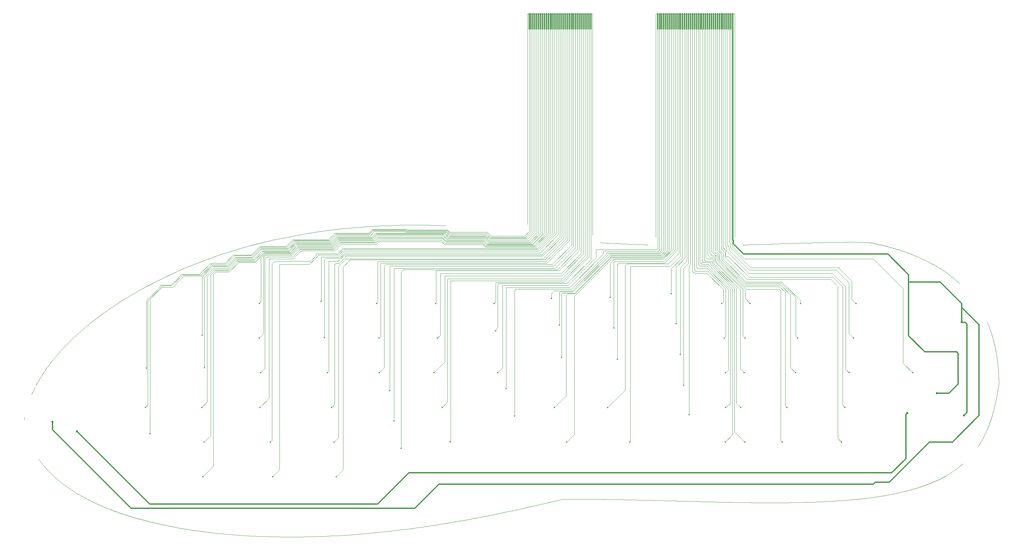
<source format=gbl>
G04*
G04 #@! TF.GenerationSoftware,Altium Limited,Altium Designer,20.0.2 (26)*
G04*
G04 Layer_Physical_Order=2*
G04 Layer_Color=16711680*
%FSLAX25Y25*%
%MOIN*%
G70*
G01*
G75*
%ADD10C,0.00394*%
%ADD11C,0.01181*%
%ADD12C,0.01378*%
%ADD13C,0.02362*%
%ADD14C,0.00050*%
D10*
X1011291Y860362D02*
X1011417Y860236D01*
X1011024Y860630D02*
X1011291Y860362D01*
X1003417Y859181D02*
X1003543Y859055D01*
X1003150Y859449D02*
X1003417Y859181D01*
X948425Y489370D02*
Y491732D01*
X930709Y471654D02*
X948425Y489370D01*
X484252Y596850D02*
X488583Y601181D01*
X495276Y607874D01*
X511417D01*
X513386D01*
X524803Y619291D01*
X539764D01*
X548032Y627559D01*
X564173D02*
X566142D01*
X573228Y634646D01*
X574803Y636221D01*
X589764D01*
X601968D01*
X608661Y642913D01*
X609055Y643307D01*
X637795D01*
X644882D01*
X651181Y649606D01*
X651575Y650000D01*
X678740D01*
X686221D01*
X690158Y653937D01*
X725197D01*
X725984Y653150D01*
X767323D01*
X769685Y650787D01*
X807874D01*
X811811Y646850D01*
X835433D01*
X845669D01*
X850413Y651594D01*
X473228Y595276D02*
Y596620D01*
X473459Y596850D01*
X484252D01*
X458268Y471654D02*
X460630Y474016D01*
Y474409D01*
X474409Y594882D02*
X475591Y596063D01*
X485039D01*
X496063Y607087D01*
X497638D01*
X515354D01*
X524803Y616535D01*
Y617486D01*
X525034Y617717D01*
X540158D01*
X549213Y626772D01*
X549606D01*
X566929D02*
X575591Y635433D01*
X601968D01*
X602756D01*
X609842Y642520D01*
X652362Y648982D02*
X652593Y649213D01*
X668898D01*
X686614D01*
X690551Y653150D01*
X724409D01*
X725197Y652362D01*
X725197Y652362D01*
X766929D01*
X769685Y649606D01*
X807087D01*
X807480D01*
X810630Y646457D01*
X811417Y645669D01*
X812205D01*
X846457D01*
X847638Y646850D01*
X851968Y651181D01*
X852382Y651594D01*
X852382Y858661D02*
X852382Y651594D01*
X462992Y444882D02*
Y477559D01*
X475197Y594488D02*
X485827D01*
X486221Y594882D01*
X496457Y605118D01*
Y605512D01*
X497244Y606299D01*
X514961D01*
X516142D01*
X526378Y616535D01*
X540945D01*
X541339D01*
X550000Y625197D01*
X566929D01*
X567717Y625984D01*
X575984Y634252D01*
X577165D01*
X603543D01*
X610236Y640945D01*
Y641502D01*
X610467Y641732D01*
X646850D01*
X653150Y648032D01*
X686614D01*
X690945Y652362D01*
X724016D01*
X724803Y651575D01*
X766142D01*
X766929Y650787D01*
X766929D01*
X768504Y649213D01*
X769685Y648032D01*
X807087D01*
X810236Y644882D01*
X811024D01*
X846850D01*
X847638D01*
X854350Y651594D01*
X854350Y858661D02*
X854350Y651594D01*
X516142Y545276D02*
Y545669D01*
Y604724D01*
X527165Y615748D01*
X540945D01*
X567717Y624409D02*
X576378Y633071D01*
X576772Y633465D01*
X604331D02*
X611417Y640551D01*
X643307D01*
X647638D01*
X653937Y646850D01*
X687795D01*
X691339Y650394D01*
Y651344D01*
X691569Y651575D01*
X723622D01*
X724016Y651181D01*
X724409Y650787D01*
X765748D01*
X768898Y647638D01*
X769685Y646850D01*
X806693D01*
X809842Y643701D01*
X811024D01*
X848032D01*
X848819D01*
X856319Y651201D01*
X856319Y858661D02*
X856319Y651201D01*
X518504Y512205D02*
Y514961D01*
Y604724D01*
X527953Y614173D01*
X528346D01*
X541732D01*
X542126Y614567D01*
X550787Y623228D01*
X553543D01*
X568898D01*
X577559Y631890D01*
X578346D01*
X604331D01*
X605118Y632677D01*
X611811Y639370D01*
X615354D01*
X653937Y645439D02*
X654168Y645669D01*
X687795D01*
X689370D01*
X693701Y650000D01*
X764567D01*
X765354Y649213D01*
X768504Y646063D01*
X768898D01*
X805906D01*
X808661Y643307D01*
X809842Y642126D01*
X810630D01*
X850000D01*
X851968Y644095D01*
X858287Y650413D01*
Y858661D01*
Y859823D01*
X858268Y859842D02*
X858287Y859823D01*
X515748Y471654D02*
X521260Y477165D01*
Y605512D01*
X528346Y612598D01*
X551575Y621654D02*
X551968Y622047D01*
X569685D01*
X577953Y630315D01*
Y630872D01*
X578183Y631102D01*
X603543D01*
X604331D01*
X605118D01*
X612205Y638189D01*
X612598Y638583D01*
X689764Y644882D02*
X694095Y649213D01*
X706299D01*
X763779D01*
X764173Y648819D01*
X767717Y645276D01*
X768504D01*
X805118D01*
X806299Y644095D01*
X809449Y640945D01*
X810236D01*
X851575D01*
X852362Y641732D01*
X860236Y649606D01*
Y650000D01*
Y859055D01*
X551378Y621457D02*
X551575Y621654D01*
X543701Y613779D02*
X551378Y621457D01*
X528346Y612598D02*
X542520D01*
X543701Y613779D01*
X540945Y615748D02*
X542126D01*
X550787Y624409D01*
X567717D01*
X548032Y627559D02*
X564173D01*
X549606Y626772D02*
X566929D01*
X576772Y633465D02*
X604331D01*
X615354Y639370D02*
X647868D01*
X653937Y645439D01*
X612598Y638583D02*
X648425D01*
X654724Y644882D01*
X689764D01*
X609842Y642520D02*
X645900D01*
X652362Y648982D01*
X518110Y436221D02*
X524803Y442913D01*
Y605905D01*
Y607087D01*
X529134Y611417D01*
X542913D01*
X543307D01*
X552362Y620472D01*
X552756Y620866D01*
X570079D01*
X579134Y629921D01*
X579528Y630315D01*
X604724D01*
X606299D01*
X613386Y637402D01*
X613779D01*
X648819D01*
X655118Y643701D01*
X690158D01*
X694882Y648425D01*
X762598D01*
X765748Y645276D01*
X766929Y644095D01*
X804724D01*
X809055Y639764D01*
X852362D01*
X862224Y858661D02*
X862224Y651161D01*
X852362Y639764D02*
X862224Y649626D01*
Y651161D01*
X516929Y400787D02*
X527165Y411024D01*
X527559Y411417D01*
Y602362D01*
Y606693D01*
X527328Y606923D02*
X527559Y606693D01*
X527328Y606923D02*
Y607250D01*
X529528Y609449D01*
Y610006D01*
X529758Y610236D01*
X543701D01*
X552756Y619291D01*
X553543Y620079D01*
X570472D01*
X579921Y629528D01*
X605905D01*
X607087D01*
X613779Y636221D01*
X649213D01*
X649606Y636614D01*
X655118Y642126D01*
X655905Y642913D01*
X690945D01*
X695276Y647244D01*
X695669D01*
X762205D01*
X765748Y643701D01*
X765748D01*
X766535Y642913D01*
X804331D01*
X808268Y638976D01*
X852362D01*
X853937D01*
X864193Y649232D01*
X864193Y858661D02*
X864193Y649232D01*
X574409Y577953D02*
X576378Y579921D01*
Y624016D01*
Y624409D01*
X580315Y628346D01*
X607480D01*
X614173Y635039D01*
X614173D01*
X649606D01*
X656299Y641732D01*
X691732D01*
X695669Y645669D01*
X761811D01*
X764567Y642913D01*
X765748Y641732D01*
X803937D01*
X807480Y638189D01*
X807874D01*
X854331D01*
X864567Y648425D01*
X866161Y650020D01*
Y858661D01*
X574409Y542520D02*
X578740Y546850D01*
Y622441D01*
Y625591D01*
X580315Y627165D01*
X607874D01*
X614567Y633858D01*
X614567Y633858D01*
X650000D01*
X656693Y640551D01*
X692126D01*
X696063Y644488D01*
X696457D01*
X761417D01*
X761811D01*
X765354Y640945D01*
X803150D01*
X806693Y637402D01*
X855512D01*
X868110Y858642D02*
X868130Y858661D01*
X575984Y507087D02*
X580315Y511417D01*
Y624409D01*
X581496Y625591D01*
X608661D01*
X615354Y632283D01*
X616142Y633071D01*
X650787D01*
X656693Y638976D01*
X657480Y639764D01*
X693701D01*
X696850Y642913D01*
X760630D01*
X761417Y642126D01*
X764173Y639370D01*
X807250Y636614D02*
X813386D01*
X764173Y639370D02*
X802756D01*
X805512Y636614D01*
X807250D01*
X870079Y650000D02*
X870098Y650020D01*
Y858661D01*
X575197Y471654D02*
X584646Y481102D01*
Y623391D01*
X584876Y623622D01*
X609055D01*
X609449Y624016D01*
X616535Y631102D01*
X617323D01*
X618110Y631890D01*
X650787D01*
X651575D01*
X657874Y638189D01*
X693701D01*
X694095Y638583D01*
X696850Y641339D01*
X697638D01*
X760630D01*
X763779Y638189D01*
X763779D01*
X802756D01*
X857874Y635827D02*
X872047Y650000D01*
Y650000D01*
Y859842D01*
X585827Y436221D02*
X587402Y437795D01*
Y618110D01*
X589764Y620472D01*
X590551Y621260D01*
X627165D01*
X632677Y626772D01*
Y628510D01*
X632908Y628740D01*
X652756D01*
X653150Y628346D01*
X654331D01*
X588189Y400787D02*
X595276Y407874D01*
Y617323D01*
X595669Y617717D01*
X625591D01*
X631496Y623622D01*
X634646Y626772D01*
Y627165D01*
X635039Y627559D01*
X655512D01*
X876004Y858661D02*
X876004Y649626D01*
X637008Y579528D02*
X637795Y580315D01*
Y625360D01*
X638026Y625591D01*
X655512D01*
X655905Y625984D01*
X877953Y649213D02*
Y860630D01*
X878347Y861024D01*
X640945Y542520D02*
X641339Y542913D01*
Y622441D01*
X642913Y624016D01*
X656299D01*
X661811Y629528D01*
X662598D01*
X879941Y858661D02*
X879941Y648051D01*
X644095Y507087D02*
X645669Y508661D01*
Y621029D01*
X645900Y621260D01*
X655118D01*
X656299Y622441D01*
X661811Y627953D01*
X662598D01*
X881890Y648425D02*
Y858642D01*
X881909Y858661D01*
X651575Y617717D02*
X652756Y618898D01*
X656299D01*
X662598Y625197D01*
Y626147D01*
X662829Y626378D01*
X864173D01*
X864567Y626772D01*
X883465Y645669D01*
X884021D01*
X883858Y645832D02*
X884021Y645669D01*
X883858Y859449D02*
X883858Y645832D01*
X650787Y436221D02*
X652756Y438189D01*
X655512Y440945D01*
Y615748D01*
X663386Y623622D01*
X864567D01*
X885846Y644902D01*
X885846Y858661D02*
X885846Y644902D01*
X653150Y400787D02*
X660236Y407874D01*
Y615354D01*
X660630Y615748D01*
X666142Y621260D01*
Y622210D01*
X666372Y622441D01*
X866142D01*
X887795Y644095D01*
Y646850D01*
Y866319D01*
X887815Y866339D01*
X648425Y471654D02*
X651575Y474803D01*
Y617717D01*
X694488Y577953D02*
X694882Y578346D01*
X695669Y579134D01*
Y620636D01*
X695900Y620866D01*
X867717D01*
X889783Y858661D02*
X889927D01*
X867717Y620866D02*
X889927Y643077D01*
X889927Y858661D02*
X889927Y643077D01*
X696850Y542520D02*
X698425Y544095D01*
Y618504D01*
X699213Y619291D01*
X868504D01*
X891732Y642520D01*
Y642520D01*
Y859055D01*
X891339Y859449D02*
X891732Y859055D01*
X697244Y507087D02*
X701575Y511417D01*
X702362Y512205D01*
Y615748D01*
X704331Y617717D01*
X874016D01*
X893720Y637421D01*
Y858661D01*
X707874Y488976D02*
Y492913D01*
Y615911D01*
X708105Y616142D01*
X875591D01*
X877559Y618110D01*
X895689Y636240D01*
Y858661D01*
X708661Y454331D02*
X708661D01*
X712205Y457874D02*
Y506299D01*
Y613549D01*
X712435Y613779D01*
X876772D01*
X897657Y634665D01*
X897657Y858661D02*
X897657Y634665D01*
X719685Y429921D02*
Y609842D01*
X721260Y611417D01*
Y612368D01*
X721490Y612598D01*
X879134D01*
X899626Y633091D01*
Y866339D01*
X754724Y577953D02*
X755118Y578346D01*
Y611187D01*
X755349Y611417D01*
X881102D01*
X901575Y631890D01*
X901575Y858268D02*
X901575Y631890D01*
X756693Y542520D02*
X759449Y545276D01*
Y608268D01*
X759842Y608661D01*
X883071D01*
X903563Y629154D01*
X903563Y858661D02*
X903563Y629154D01*
X753150Y507087D02*
X764173Y518110D01*
Y606069D01*
X764404Y606299D01*
X883465D01*
X905532Y628366D01*
X905532Y858661D02*
X905532Y628366D01*
X761417Y471654D02*
X764961Y475197D01*
X766929Y477165D01*
Y602919D01*
X767160Y603150D01*
X884252D01*
X884646Y603543D01*
X770079Y600950D02*
X770309Y601181D01*
X885039D01*
X909469Y625610D01*
X909469Y858661D02*
X909469Y625610D01*
X814567Y577953D02*
X815354Y578740D01*
X816142Y579528D01*
Y599376D01*
X816372Y599606D01*
X885433D01*
X911437Y625571D02*
Y858661D01*
X911417Y625591D02*
X911437Y625571D01*
X885433Y599606D02*
X911417Y625591D01*
X816142Y550000D02*
Y551181D01*
X818110Y553150D01*
Y597244D01*
X819291Y598425D01*
X888976D01*
X913406Y858661D02*
X913406Y627933D01*
X888976Y598425D02*
X913406Y622854D01*
Y627933D01*
X881890Y646063D02*
Y648425D01*
X864173Y628346D02*
X881890Y646063D01*
X863780Y627953D02*
X864173Y628346D01*
X662598Y627953D02*
X863780D01*
X862205Y630315D02*
X879941Y648051D01*
X861417Y629528D02*
X862205Y630315D01*
X662598Y629528D02*
X861417D01*
X859842Y631496D02*
X860236D01*
X877953Y649213D01*
X655905Y625984D02*
X661417Y631496D01*
X859842D01*
X859449Y633071D02*
X876004Y649626D01*
X655512Y627559D02*
X661024Y633071D01*
X859449D01*
X874035Y858661D02*
X874035Y649626D01*
X858661Y634252D02*
X874035Y649626D01*
X857480Y634252D02*
X858661D01*
X813386Y636614D02*
X856693D01*
X870079Y650000D01*
X868110Y649606D02*
Y858642D01*
X855512Y637402D02*
X855906D01*
X868110Y649606D01*
X654331Y628346D02*
X660236Y634252D01*
X857480D01*
X857480Y635433D02*
X857874Y635827D01*
X802756Y638189D02*
X805512Y635433D01*
X857480D01*
X907480Y858661D02*
X907480Y628740D01*
X884646Y603543D02*
X907480Y626378D01*
Y628740D01*
X818110Y507087D02*
X823228Y512205D01*
Y595669D01*
X822998Y595900D02*
X823228Y595669D01*
X822998Y595900D02*
Y596226D01*
X823228Y596457D01*
X890158D01*
X918898Y625197D01*
Y632840D01*
X919128Y633071D01*
X981764Y858661D02*
X981764Y633754D01*
X770079Y437008D02*
Y600950D01*
Y437008D02*
X770079D01*
X769291Y436221D02*
X770079Y437008D01*
X826772Y490945D02*
Y593864D01*
X827002Y594095D01*
X891732D01*
X926378Y628740D01*
Y631265D01*
X926609Y631496D01*
X983234D01*
X983695Y858661D02*
X983732D01*
X983234Y631496D02*
X983695Y631957D01*
X983695Y858661D02*
X983695Y631957D01*
X835433Y462992D02*
Y591732D01*
X836220Y592520D01*
X893701D01*
X929528Y628346D01*
Y629691D01*
X929758Y629921D01*
X983858D01*
X985701Y631764D01*
X985701Y858661D02*
X985701Y631764D01*
X876378Y590945D02*
X894488D01*
X932283Y628740D01*
X984646D01*
X881102Y555905D02*
Y589370D01*
X881496Y589764D01*
X895276D01*
X933071Y627559D01*
X919128Y633071D02*
X981081D01*
X981764Y633754D01*
X933071Y627559D02*
X985433D01*
X984646Y628740D02*
X987669Y631764D01*
X987669Y858661D02*
X987669Y631764D01*
X989370Y859842D02*
X989370Y631496D01*
X985433Y627559D02*
X989370Y631496D01*
X883465Y522835D02*
Y587795D01*
X884252Y588583D01*
X896850D01*
X933858Y625591D01*
Y625984D01*
X934252Y626378D01*
X986220D01*
X991732Y631890D01*
Y858535D01*
X991606Y858661D02*
X991732Y858535D01*
X876378Y471654D02*
X888189Y483465D01*
X889764Y587795D02*
X897244D01*
X888189Y483465D02*
Y586221D01*
X889764Y587795D01*
X897244D02*
X934646Y625197D01*
X986614D01*
X993575Y632158D01*
X993575Y858661D02*
X993575Y632158D01*
X888976Y436221D02*
X896457Y443701D01*
Y585039D01*
X935433Y624016D01*
X987008D01*
X995543Y632551D01*
X995543Y858661D02*
X995543Y632551D01*
X933071Y584252D02*
Y618898D01*
X935827Y621654D01*
Y622604D01*
X936057Y622835D01*
X987008D01*
X997512Y633339D01*
Y858661D01*
X937008Y552756D02*
Y620079D01*
X937795Y620866D01*
X987795D01*
X940551Y520866D02*
Y617717D01*
X942126Y619291D01*
X988583D01*
X1001449Y632158D01*
Y858661D01*
X948425Y491732D02*
Y616535D01*
X950394Y618504D01*
X992913D01*
X1003543Y629134D01*
Y632677D01*
X1003543Y859055D02*
X1003543Y632677D01*
X953150Y436221D02*
X953937Y437008D01*
Y615354D01*
X954331Y615748D01*
X994488D01*
X1005386Y858661D02*
X1005386Y629134D01*
X999480Y858661D02*
X999480Y633590D01*
X987795Y620866D02*
X999480Y632551D01*
Y633590D01*
X994488Y615748D02*
X1005386Y626646D01*
Y629134D01*
X995669Y587795D02*
Y613386D01*
X1000394Y557087D02*
Y614961D01*
X1009449Y624016D01*
Y858535D01*
X1009323Y858661D02*
X1009449Y858535D01*
X1004724Y525984D02*
Y614567D01*
X1011417Y621260D01*
Y622835D01*
X1008268Y494095D02*
Y613779D01*
X1013386Y618898D01*
Y861024D01*
X1013780Y464173D02*
Y616535D01*
X995669Y613386D02*
X1007087Y624803D01*
X1007087Y859842D02*
X1007087Y624803D01*
X1011417Y860236D02*
X1011417Y622835D01*
X1013780Y616535D02*
X1015228Y617984D01*
X1015228Y858661D02*
X1015228Y617984D01*
X1047244Y577953D02*
X1048819Y579528D01*
X1017197Y611150D02*
X1019685Y608661D01*
X1017197Y611150D02*
Y858661D01*
X1050000Y542520D02*
X1051181Y543701D01*
X1019165Y858661D02*
X1019165Y612724D01*
X1021260Y610630D01*
X1051181Y507087D02*
X1054331Y510236D01*
X1021134Y615317D02*
X1023065Y613386D01*
X1021134Y858661D02*
X1021134Y615317D01*
X1023228Y618110D02*
X1025197Y616142D01*
X1023228Y618110D02*
Y861024D01*
X1025034Y858661D02*
X1025071D01*
X1025034D02*
X1025034Y620242D01*
X1027165Y619685D02*
X1027165Y619685D01*
X1027165Y859449D02*
X1027165Y619685D01*
X1029134Y622835D02*
X1030709Y621260D01*
X1029134Y622835D02*
Y858535D01*
X1029008Y858661D02*
X1029134Y858535D01*
X1066142Y511024D02*
X1070079Y507087D01*
X1030939Y858661D02*
X1030976D01*
X1068898Y544882D02*
X1071260Y542520D01*
X1030939Y624966D02*
X1032283Y623622D01*
X1030939Y858661D02*
X1030939Y624966D01*
X1032945Y627685D02*
X1035827Y624803D01*
X1032945Y858661D02*
X1032945Y627685D01*
X1071260Y583071D02*
X1076378Y577953D01*
X1035039Y858268D02*
X1035039Y629134D01*
X1037795Y626378D01*
X1107480Y437795D02*
X1109055Y436221D01*
X1107480Y590945D02*
X1107480Y437795D01*
X1036882Y858661D02*
X1036882Y631228D01*
X1112205Y473228D02*
X1113780Y471654D01*
X1038850Y857517D02*
Y860504D01*
Y858394D02*
Y860504D01*
Y857517D02*
X1038850Y630835D01*
X1040158Y629528D01*
X1117717Y512205D02*
X1122835Y507087D01*
X1040819Y858661D02*
X1040945D01*
X1040945Y632283D01*
X1122835Y544488D02*
X1124803Y542520D01*
X1127953Y580709D02*
X1127953Y577953D01*
X1044756Y632409D02*
Y858661D01*
X1042520Y633071D02*
Y858661D01*
X1042913Y632677D02*
X1042913D01*
X1042520Y633071D02*
X1042913Y632677D01*
X1165748Y440158D02*
X1169685Y436221D01*
X1170866Y474016D02*
X1173228Y471654D01*
X1174016Y510630D02*
X1177559Y507087D01*
X1019685Y608661D02*
X1032283D01*
X1048819Y592126D01*
Y579528D02*
Y592126D01*
X1021260Y610630D02*
X1033465D01*
X1051181Y592913D01*
Y543701D02*
Y592913D01*
X1054331Y510236D02*
Y592126D01*
X1023065Y613386D02*
X1033071D01*
X1054331Y592126D01*
X1056299D02*
X1056299Y476772D01*
X1056299Y592126D02*
X1056299Y475984D01*
X1051181Y471654D02*
X1056299Y475984D01*
X1056299Y592126D02*
Y592520D01*
X1032677Y616142D02*
X1056299Y592520D01*
X1025197Y616142D02*
X1032677D01*
X1025034Y620242D02*
X1027559Y617717D01*
X1033858D01*
Y617323D02*
Y617717D01*
Y617323D02*
X1058268Y592913D01*
X1050787Y436221D02*
X1058268Y443701D01*
X1058268Y592913D02*
X1058268Y443701D01*
X1060236Y446850D02*
X1070866Y436221D01*
X1060236Y593307D02*
X1060236Y446850D01*
X1035827Y617717D02*
X1060236Y593307D01*
X1035827Y617717D02*
Y619685D01*
X1027165D02*
X1035827D01*
X1037402Y618110D02*
Y621260D01*
X1030709D02*
X1037402D01*
X1062205Y475984D02*
X1066535Y471654D01*
X1062205Y475984D02*
Y593307D01*
X1037402Y618110D02*
X1062205Y593307D01*
X1066142Y511024D02*
Y591732D01*
X1032283Y623622D02*
X1038189D01*
X1038976Y618898D02*
X1066142Y591732D01*
X1038976Y618898D02*
Y622835D01*
X1038189Y623622D02*
X1038976Y622835D01*
X1068898Y544882D02*
Y591732D01*
X1035827Y624803D02*
X1039370D01*
X1040158Y624016D01*
Y620472D02*
Y624016D01*
Y620472D02*
X1068898Y591732D01*
X1071260Y583071D02*
Y590945D01*
X1041339Y620866D02*
X1071260Y590945D01*
X1041339Y620866D02*
Y626378D01*
X1037795D02*
X1041339D01*
X1107480Y590945D02*
Y591339D01*
X1106299Y592520D02*
X1107480Y591339D01*
X1072047Y592520D02*
X1106299D01*
X1042913Y621654D02*
X1072047Y592520D01*
X1042913Y621654D02*
Y626772D01*
X1042520Y627165D02*
X1042913Y626772D01*
X1040945Y627165D02*
X1042520D01*
X1036882Y631228D02*
X1040945Y627165D01*
X1112205Y473228D02*
Y589370D01*
X1117717Y512205D02*
Y586614D01*
X1108268Y598425D02*
X1122835Y583858D01*
Y544488D02*
Y583858D01*
X1108661Y600000D02*
X1127953Y580709D01*
X1040158Y629528D02*
X1041732D01*
X1044094Y627165D01*
Y622047D02*
Y627165D01*
Y622047D02*
X1070866Y595276D01*
X1106299D01*
X1112205Y589370D01*
X1107480Y596850D02*
X1117717Y586614D01*
X1071260Y596850D02*
X1107480D01*
X1045276Y622835D02*
X1071260Y596850D01*
X1045276Y622835D02*
Y627953D01*
X1040945Y632283D02*
X1045276Y627953D01*
X1042913Y632677D02*
X1047244Y628346D01*
Y622835D02*
Y628346D01*
Y622835D02*
X1071653Y598425D01*
X1108268D01*
X1044756Y632409D02*
X1048819Y628346D01*
Y623228D02*
Y628346D01*
Y623228D02*
X1072047Y600000D01*
X1108661D01*
X1165748Y440158D02*
Y595669D01*
X1158661Y602756D02*
X1165748Y595669D01*
X1072835Y602756D02*
X1158661D01*
X1050394Y625197D02*
X1072835Y602756D01*
X1050394Y625197D02*
Y629921D01*
X1046724Y633591D02*
X1050394Y629921D01*
X1046724Y633591D02*
Y858661D01*
X1170866Y474016D02*
Y594882D01*
X1161024Y604724D02*
X1170866Y594882D01*
X1075197Y604724D02*
X1161024D01*
X1053937Y625984D02*
X1075197Y604724D01*
X1051412Y625984D02*
X1053937D01*
X1051181Y626215D02*
X1051412Y625984D01*
X1051181Y626215D02*
Y632677D01*
X1048425Y635433D02*
X1051181Y632677D01*
X1048425Y859449D02*
X1048425Y635433D01*
X1174016Y510630D02*
Y595276D01*
X1052362Y631496D02*
X1075197Y608661D01*
X1052362Y631496D02*
Y635433D01*
X1050394Y637402D02*
X1052362Y635433D01*
X1050394Y637402D02*
Y859449D01*
X1160630Y608661D02*
X1174016Y595276D01*
X1075197Y608661D02*
X1160630D01*
X1177165Y547244D02*
X1181890Y542520D01*
X1177165Y547244D02*
Y599213D01*
X1164173Y612205D02*
X1177165Y599213D01*
X1075197Y612205D02*
X1164173D01*
X1054724Y632677D02*
X1075197Y612205D01*
X1054724Y632677D02*
Y635827D01*
X1052630Y637921D02*
X1054724Y635827D01*
X1052630Y858661D02*
X1052630Y637921D01*
X1180315Y582283D02*
X1184646Y577953D01*
X1180315Y582283D02*
Y600787D01*
X1167323Y613779D02*
X1180315Y600787D01*
X1167323Y613779D02*
Y614336D01*
X1167092Y614567D02*
X1167323Y614336D01*
X1076772Y614567D02*
X1167092D01*
X1056299Y635039D02*
X1076772Y614567D01*
X1056299Y635039D02*
Y639370D01*
X1054724Y640945D02*
X1056299Y639370D01*
X1054724Y858661D02*
X1054724Y640945D01*
X1232677Y516929D02*
X1242520Y507087D01*
X1232677Y516929D02*
Y593307D01*
X1202362Y623622D02*
X1232677Y593307D01*
X1056567Y641858D02*
X1057874Y640551D01*
X1056567Y641858D02*
Y858661D01*
X1057874Y636221D02*
Y640551D01*
Y636221D02*
X1070472Y623622D01*
X1202362D01*
X850413Y858661D02*
X850413Y651594D01*
X459055Y581102D02*
X473228Y595276D01*
X460630Y581102D02*
X474409Y594882D01*
X462992Y582283D02*
X475197Y594488D01*
X459055Y511811D02*
Y581102D01*
X460630Y474409D02*
Y581102D01*
X462992Y477559D02*
Y582283D01*
X873228Y583071D02*
Y587795D01*
X876378Y590945D01*
D11*
X1038850Y858394D02*
Y874142D01*
X1292520Y558661D02*
X1296063D01*
X1058535Y873875D02*
Y874016D01*
Y858661D02*
Y873875D01*
X1058535D02*
Y874016D01*
Y858661D02*
Y873875D01*
X1054598Y858661D02*
Y873875D01*
X1056567D02*
Y874016D01*
Y858661D02*
Y873875D01*
X1054598D02*
Y874016D01*
X1052630Y873875D02*
Y874016D01*
Y858661D02*
Y873875D01*
X1050661Y858661D02*
Y873875D01*
Y874016D01*
X1046724Y873875D02*
Y874016D01*
X1048693Y873875D02*
Y874016D01*
X1046724Y858661D02*
Y873875D01*
X1048693Y858661D02*
Y873875D01*
X1044756D02*
Y874016D01*
Y858661D02*
Y873875D01*
X1042787D02*
Y874016D01*
Y858661D02*
Y873875D01*
X1040819D02*
Y874016D01*
Y858661D02*
Y873875D01*
X1038850D02*
Y874016D01*
X1036882Y873875D02*
Y874016D01*
Y858661D02*
Y873875D01*
X1032945D02*
Y874016D01*
Y858661D02*
Y873875D01*
X1034913D02*
Y874016D01*
X1032945Y873875D02*
Y874016D01*
Y858661D02*
Y873875D01*
X1036882D02*
Y874016D01*
Y858661D02*
Y873875D01*
X1034913Y858661D02*
Y873875D01*
X1030976D02*
Y874016D01*
Y858661D02*
Y873875D01*
X1029008D02*
Y874016D01*
Y858661D02*
Y873875D01*
X1029008D02*
Y874016D01*
Y858661D02*
Y873875D01*
X1027039D02*
Y874016D01*
Y858661D02*
Y873875D01*
X1021134D02*
Y874016D01*
Y858661D02*
Y873875D01*
X1025071D02*
Y874016D01*
Y858661D02*
Y873875D01*
X1023102D02*
Y874016D01*
Y858661D02*
Y873875D01*
X1019165D02*
Y874016D01*
Y858661D02*
Y873875D01*
X1017197D02*
Y874016D01*
Y858661D02*
Y873875D01*
X1013260D02*
Y874016D01*
X1015228Y858661D02*
Y873875D01*
X1013260Y858661D02*
Y873875D01*
X1015228D02*
Y874016D01*
X1011291Y873875D02*
Y874016D01*
Y860362D02*
Y873875D01*
Y858661D02*
Y860362D01*
X1009323Y873875D02*
Y874016D01*
X1007354Y873875D02*
Y874016D01*
Y858661D02*
Y873875D01*
X1005386D02*
Y874016D01*
X1009323Y858661D02*
Y873875D01*
X1003417D02*
Y874016D01*
Y859181D02*
Y873875D01*
X1005386Y858661D02*
Y873875D01*
X1003417Y858661D02*
Y859181D01*
X1001449Y858661D02*
Y873875D01*
X999480Y858661D02*
Y873875D01*
Y874016D01*
X1001449Y873875D02*
Y874016D01*
X993575Y873875D02*
Y874016D01*
Y858661D02*
Y873875D01*
X997512D02*
Y874016D01*
Y858661D02*
Y873875D01*
X995543D02*
Y874016D01*
Y858661D02*
Y873875D01*
X991606Y858661D02*
Y873875D01*
Y874016D01*
X989638Y858661D02*
Y873875D01*
Y874016D01*
X987669Y873875D02*
Y874016D01*
Y858661D02*
Y873875D01*
X987669D02*
Y874016D01*
Y858661D02*
Y873875D01*
X985701Y858661D02*
Y873875D01*
Y874016D01*
X983732Y873875D02*
Y874016D01*
Y858661D02*
Y873875D01*
X983732D02*
Y874016D01*
Y858661D02*
Y873875D01*
X981764D02*
Y874016D01*
Y858661D02*
Y873875D01*
X850413Y858661D02*
Y874016D01*
Y858661D02*
Y874016D01*
X852382Y858661D02*
Y874016D01*
X854350Y858661D02*
Y874016D01*
X856319Y858661D02*
Y874016D01*
X858287Y858661D02*
Y874016D01*
X860256Y858661D02*
Y874016D01*
X862224Y858661D02*
Y874016D01*
X864193Y858661D02*
Y874016D01*
X866161Y858661D02*
Y874016D01*
X868130Y858661D02*
Y874016D01*
X870098Y858661D02*
Y874016D01*
X872067Y858661D02*
Y874016D01*
X874035Y858661D02*
Y874016D01*
X876004Y858661D02*
Y874016D01*
X877972Y858661D02*
Y874016D01*
X879941Y858661D02*
Y874016D01*
X881909Y858661D02*
Y874016D01*
X883878Y858661D02*
Y874016D01*
X885846Y858661D02*
Y874016D01*
X887815Y858661D02*
Y874016D01*
X889783Y858661D02*
Y874016D01*
X891752Y858661D02*
Y874016D01*
X893720Y858661D02*
Y874016D01*
X895689Y858661D02*
Y874016D01*
X897657Y858661D02*
Y874016D01*
X899626Y858661D02*
Y874016D01*
X901594Y858661D02*
Y874016D01*
X903563Y858661D02*
Y874016D01*
X905532Y858661D02*
Y874016D01*
X907500Y858661D02*
Y874016D01*
X909469Y858661D02*
Y874016D01*
X911437Y858661D02*
Y874016D01*
X913406Y858661D02*
Y874016D01*
X852382Y858661D02*
Y874016D01*
X854350Y858661D02*
Y874016D01*
X856319Y858661D02*
Y874016D01*
X858287Y858661D02*
Y874016D01*
X860256Y858661D02*
Y874016D01*
X862224Y858661D02*
Y874016D01*
X864193Y858661D02*
Y874016D01*
X866161Y858661D02*
Y874016D01*
X868130Y858661D02*
Y874016D01*
X870098Y858661D02*
Y874016D01*
X872067Y858661D02*
Y874016D01*
X874035Y858661D02*
Y874016D01*
X876004Y858661D02*
Y874016D01*
X877972Y858661D02*
Y874016D01*
X879941Y858661D02*
Y874016D01*
X881909Y858661D02*
Y874016D01*
X883878Y858661D02*
Y874016D01*
X885846Y858661D02*
Y874016D01*
X887815Y858661D02*
Y874016D01*
X889783Y858661D02*
Y874016D01*
X891752Y858661D02*
Y874016D01*
X893720Y858661D02*
Y874016D01*
X895689Y858661D02*
Y874016D01*
X897657Y858661D02*
Y874016D01*
X899626Y858661D02*
Y874016D01*
X901594Y858661D02*
Y874016D01*
X903563Y858661D02*
Y874016D01*
X905532Y858661D02*
Y874016D01*
X907500Y858661D02*
Y874016D01*
X909469Y858661D02*
Y874016D01*
X911437Y858661D02*
Y874016D01*
X913406Y858661D02*
Y874016D01*
X850413Y858661D02*
Y874016D01*
X1235433Y464173D02*
X1237008Y465748D01*
X1235433Y419291D02*
Y464173D01*
X1220866Y404724D02*
X1235433Y419291D01*
X727559Y404724D02*
X1220866D01*
X695669Y372835D02*
X727559Y404724D01*
X462598Y372835D02*
X695669D01*
X388189Y447244D02*
X462598Y372835D01*
X1267227Y486221D02*
X1279527D01*
X1288976Y495669D01*
Y526772D01*
X1287402Y528346D02*
X1288976Y526772D01*
X1254724Y528346D02*
X1287402D01*
X1238386Y544685D02*
X1254724Y528346D01*
X1058535Y858661D02*
X1058535Y642646D01*
X1059055Y642126D01*
Y638976D02*
Y642126D01*
Y638976D02*
X1069685Y628346D01*
X1217323D01*
X1238386Y607283D01*
X1294882Y463386D02*
X1298032Y466535D01*
Y556693D01*
X1296063Y558661D02*
X1298032Y556693D01*
X1238386Y544685D02*
Y607283D01*
X1238976Y600000D02*
X1270472D01*
X1292520Y577953D01*
Y559055D02*
Y577953D01*
X363386Y448819D02*
Y456693D01*
Y448819D02*
X443701Y368504D01*
X733465D01*
X758268Y393307D01*
X1202362D01*
X1204331Y395276D01*
X1218504D01*
X1259449Y436221D01*
X1283071D01*
X1310236Y463386D01*
Y556299D01*
X1292913Y573622D02*
X1310236Y556299D01*
D12*
X930709Y471654D02*
D03*
X1242520Y507087D02*
D03*
X1184646Y577953D02*
D03*
X1181890Y542520D02*
D03*
X1177559Y507087D02*
D03*
X1173228Y471654D02*
D03*
X1169685Y436221D02*
D03*
X1109055D02*
D03*
X1113780Y471654D02*
D03*
X1122835Y507087D02*
D03*
X1124803Y542520D02*
D03*
X1127953Y577953D02*
D03*
X1076378D02*
D03*
X1071260Y542520D02*
D03*
X1070079Y507087D02*
D03*
X1066535Y471654D02*
D03*
X1070866Y436221D02*
D03*
X1050787D02*
D03*
X1051181Y471654D02*
D03*
Y507087D02*
D03*
X1050000Y542520D02*
D03*
X1047244Y577953D02*
D03*
X995669Y587795D02*
D03*
X1000394Y557087D02*
D03*
X1004724Y525984D02*
D03*
X1008268Y494095D02*
D03*
X1013780Y464173D02*
D03*
X953150Y436221D02*
D03*
X940551Y520866D02*
D03*
X937008Y552756D02*
D03*
X933071Y584252D02*
D03*
X873228Y583071D02*
D03*
X881102Y555905D02*
D03*
X883465Y522835D02*
D03*
X876378Y471654D02*
D03*
X888976Y436221D02*
D03*
X835433Y462992D02*
D03*
X826772Y490945D02*
D03*
X818110Y507087D02*
D03*
X816142Y550000D02*
D03*
X814567Y577953D02*
D03*
X754724D02*
D03*
X756693Y542520D02*
D03*
X753150Y507087D02*
D03*
X761417Y471654D02*
D03*
X769685Y436614D02*
D03*
X719685Y429921D02*
D03*
X712205Y457874D02*
D03*
X707874Y488976D02*
D03*
X697244Y507087D02*
D03*
X696850Y542520D02*
D03*
X694488Y577953D02*
D03*
X637795Y580315D02*
D03*
X641142Y542717D02*
D03*
X644095Y507087D02*
D03*
X648425Y471654D02*
D03*
X650787Y436221D02*
D03*
X653150Y400787D02*
D03*
X588189D02*
D03*
X585827Y436221D02*
D03*
X575197Y471654D02*
D03*
X575984Y507087D02*
D03*
X574409Y542520D02*
D03*
Y577953D02*
D03*
X516142Y545669D02*
D03*
X518504Y512205D02*
D03*
X515748Y471654D02*
D03*
X518110Y436221D02*
D03*
X516929Y400787D02*
D03*
X462992Y444882D02*
D03*
X458268Y471654D02*
D03*
X459055Y511811D02*
D03*
D13*
X388189Y447244D02*
D03*
X363386Y456693D02*
D03*
X1292520Y559055D02*
D03*
X1294882Y463386D02*
D03*
X1267227Y486221D02*
D03*
X1237008Y465748D02*
D03*
D14*
X1036882Y873875D02*
X1038850D01*
X1058535D02*
X1060505D01*
X1058535D02*
X1058535D01*
X1056567D02*
X1058535D01*
X1054598D02*
X1056567D01*
X1052630D02*
X1054598D01*
X1050661D02*
X1052630D01*
X1048693D02*
X1050661D01*
X1046724D02*
X1048693D01*
X1044756D02*
X1046724D01*
X1042787D02*
X1044756D01*
X1040819D02*
X1042787D01*
X1038850D02*
X1040819D01*
X1036882D02*
X1036882D01*
X1034913D02*
X1036882D01*
X1032945D02*
X1034913D01*
X1032945D02*
X1032945D01*
X1030976D02*
X1032945D01*
X1029008D02*
X1030976D01*
X1029008D02*
X1029008D01*
X1027039D02*
X1029008D01*
X1025071D02*
X1027039D01*
X1023102D02*
X1025071D01*
X1021134D02*
X1023102D01*
X1019165D02*
X1021134D01*
X1017197D02*
X1019165D01*
X1015228D02*
X1017197D01*
X1013260D02*
X1015228D01*
X1011291D02*
X1013260D01*
X1009323D02*
X1011291D01*
X1007354D02*
X1009323D01*
X1005386D02*
X1007354D01*
X1003417D02*
X1005386D01*
X1001449D02*
X1003417D01*
X999480D02*
X1001449D01*
X997512D02*
X999480D01*
X995543D02*
X997512D01*
X993575D02*
X995543D01*
X991606D02*
X993575D01*
X989638D02*
X991606D01*
X987669D02*
X989638D01*
X987669D02*
X987669D01*
X985701D02*
X987669D01*
X983732D02*
X985701D01*
X983732D02*
X983732D01*
X981764D02*
X983732D01*
X979796D02*
X981764D01*
X922792Y640134D02*
X922841Y640132D01*
X923427Y640098D01*
X924013Y640064D01*
X924599Y640031D01*
X925185Y639997D01*
X925772Y639964D01*
X926358Y639931D01*
X926944Y639898D01*
X927531Y639865D01*
X928166Y639830D01*
X928801Y639795D01*
X929437Y639760D01*
X930072Y639725D01*
X930708Y639691D01*
X931343Y639656D01*
X931979Y639622D01*
X932614Y639588D01*
X934227Y639503D01*
X935939Y639415D01*
X937650Y639327D01*
X939362Y639242D01*
X941073Y639157D01*
X942834Y639072D01*
X944595Y638989D01*
X946356Y638908D01*
X948116Y638828D01*
X949877Y638750D01*
X951638Y638674D01*
X953399Y638599D01*
X955208Y638525D01*
X957018Y638452D01*
X958827Y638381D01*
X960636Y638312D01*
X962445Y638245D01*
X964254Y638181D01*
X966062Y638118D01*
X967920Y638055D01*
X969776Y637995D01*
X971682Y637936D01*
X1060505Y645711D02*
Y873875D01*
X979796Y645806D02*
Y873875D01*
X915373Y647995D02*
Y873875D01*
X848443D02*
X915373D01*
X848443Y658900D02*
Y873875D01*
X1068572Y637839D02*
X1068711Y637843D01*
X1069267Y637857D01*
X1069822Y637870D01*
X1070378Y637884D01*
X1070933Y637898D01*
X1071488Y637912D01*
X1072043Y637927D01*
X1072598Y637941D01*
X1073152Y637955D01*
X1073706Y637970D01*
X1074260Y637985D01*
X1074813Y637999D01*
X1075367Y638014D01*
X1075920Y638029D01*
X1076472Y638044D01*
X1077025Y638059D01*
X1077577Y638074D01*
X1078129Y638090D01*
X1078681Y638105D01*
X1079233Y638120D01*
X1079784Y638136D01*
X1080197Y638148D01*
X1080611Y638159D01*
X1081024Y638171D01*
X1081436Y638183D01*
X1081849Y638195D01*
X1082262Y638207D01*
X1082674Y638219D01*
X1083086Y638231D01*
X1083499Y638243D01*
X1083911Y638255D01*
X1084322Y638267D01*
X1084734Y638279D01*
X1085146Y638291D01*
X1085557Y638304D01*
X1085968Y638316D01*
X1086379Y638328D01*
X1086790Y638341D01*
X1087201Y638353D01*
X1087612Y638365D01*
X1088022Y638378D01*
X1088432Y638390D01*
X1088843Y638403D01*
X1089253Y638416D01*
X1089662Y638428D01*
X1090072Y638441D01*
X1090482Y638453D01*
X1090891Y638466D01*
X1091300Y638479D01*
X1091437Y638483D01*
X1091709Y638492D01*
X1091982Y638500D01*
X1092254Y638509D01*
X1092527Y638517D01*
X1092799Y638526D01*
X1093072Y638534D01*
X1093344Y638543D01*
X1093616Y638552D01*
X1093888Y638560D01*
X1094160Y638569D01*
X1094432Y638577D01*
X1094704Y638586D01*
X1094976Y638595D01*
X1095248Y638603D01*
X1095519Y638612D01*
X1095791Y638621D01*
X1096062Y638630D01*
X1096334Y638638D01*
X1096605Y638647D01*
X1096877Y638656D01*
X1097148Y638664D01*
X1097419Y638673D01*
X1097690Y638682D01*
X1097961Y638691D01*
X1098232Y638699D01*
X1098503Y638708D01*
X1098638Y638713D01*
X1098774Y638717D01*
X1098909Y638721D01*
X1099044Y638726D01*
X1099180Y638730D01*
X1099315Y638735D01*
X1099450Y638739D01*
X1099586Y638743D01*
X1099721Y638748D01*
X1099856Y638752D01*
X1099991Y638757D01*
X1100126Y638761D01*
X1100262Y638765D01*
X1100397Y638770D01*
X1100532Y638774D01*
X1100667Y638779D01*
X1100802Y638783D01*
X1100937Y638788D01*
X1101072Y638792D01*
X1101207Y638796D01*
X1101342Y638801D01*
X1101477Y638805D01*
X1101612Y638810D01*
X1101747Y638814D01*
X1101882Y638819D01*
X1102017Y638823D01*
X1102152Y638827D01*
X1102287Y638832D01*
X1102422Y638836D01*
X1102557Y638841D01*
X1102691Y638845D01*
X1102826Y638850D01*
X1102961Y638854D01*
X1103096Y638858D01*
X1103231Y638863D01*
X1103365Y638867D01*
X1103500Y638872D01*
X1103635Y638876D01*
X1103769Y638881D01*
X1103904Y638885D01*
X1104039Y638890D01*
X1104173Y638894D01*
X1104308Y638898D01*
X1104442Y638903D01*
X1104577Y638907D01*
X1104711Y638912D01*
X1104846Y638916D01*
X1104980Y638921D01*
X1105115Y638925D01*
X1105249Y638930D01*
X1105384Y638934D01*
X1105518Y638939D01*
X1105653Y638943D01*
X1105787Y638947D01*
X1105921Y638952D01*
X1106056Y638956D01*
X1106190Y638961D01*
X1106324Y638965D01*
X1106459Y638970D01*
X1106593Y638974D01*
X1106727Y638979D01*
X1106861Y638983D01*
X1106995Y638988D01*
X1107130Y638992D01*
X1107264Y638997D01*
X1107398Y639001D01*
X1107532Y639005D01*
X1107666Y639010D01*
X1107800Y639014D01*
X1107934Y639019D01*
X1108068Y639023D01*
X1108202Y639028D01*
X1108336Y639032D01*
X1108470Y639037D01*
X1108604Y639041D01*
X1108738Y639046D01*
X1108872Y639050D01*
X1109006Y639054D01*
X1109140Y639059D01*
X1109274Y639063D01*
X1109407Y639068D01*
X1109541Y639072D01*
X1109675Y639077D01*
X1109809Y639081D01*
X1109943Y639086D01*
X1110076Y639090D01*
X1110210Y639095D01*
X1110344Y639099D01*
X1110477Y639104D01*
X1110611Y639108D01*
X1110745Y639112D01*
X1110878Y639117D01*
X1111012Y639121D01*
X1111145Y639126D01*
X1111279Y639130D01*
X1111412Y639135D01*
X1111546Y639139D01*
X1111679Y639144D01*
X1111813Y639148D01*
X1111946Y639153D01*
X1112080Y639157D01*
X1112213Y639161D01*
X1112346Y639166D01*
X1112480Y639170D01*
X1112613Y639175D01*
X1112746Y639179D01*
X1112880Y639184D01*
X1113013Y639188D01*
X1113146Y639193D01*
X1113279Y639197D01*
X1113413Y639201D01*
X1113546Y639206D01*
X1113679Y639210D01*
X1113812Y639215D01*
X1113945Y639219D01*
X1114078Y639224D01*
X1114211Y639228D01*
X1114344Y639232D01*
X1114477Y639237D01*
X1114610Y639241D01*
X1114743Y639246D01*
X1114876Y639250D01*
X1115009Y639255D01*
X1115142Y639259D01*
X1115275Y639263D01*
X1115408Y639268D01*
X1115541Y639272D01*
X1115674Y639277D01*
X1115807Y639281D01*
X1115939Y639286D01*
X1116072Y639290D01*
X1116205Y639294D01*
X1116338Y639299D01*
X1116470Y639303D01*
X1116603Y639308D01*
X1116736Y639312D01*
X1116868Y639316D01*
X1117001Y639321D01*
X1117134Y639325D01*
X1117266Y639330D01*
X1117399Y639334D01*
X1117531Y639338D01*
X1117664Y639343D01*
X1117796Y639347D01*
X1117929Y639352D01*
X1118061Y639356D01*
X1118194Y639360D01*
X1118326Y639365D01*
X1118458Y639369D01*
X1118591Y639373D01*
X1118723Y639378D01*
X1118855Y639382D01*
X1118988Y639387D01*
X1119120Y639391D01*
X1119252Y639395D01*
X1119384Y639400D01*
X1119517Y639404D01*
X1119649Y639408D01*
X1119781Y639413D01*
X1119913Y639417D01*
X1120045Y639421D01*
X1120177Y639426D01*
X1120309Y639430D01*
X1120442Y639434D01*
X1120574Y639439D01*
X1120706Y639443D01*
X1120838Y639447D01*
X1120970Y639452D01*
X1121101Y639456D01*
X1121233Y639460D01*
X1121365Y639465D01*
X1121497Y639469D01*
X1121629Y639473D01*
X1121761Y639478D01*
X1121893Y639482D01*
X1122024Y639486D01*
X1122156Y639491D01*
X1122288Y639495D01*
X1122420Y639499D01*
X1122551Y639504D01*
X1122683Y639508D01*
X1122815Y639512D01*
X1122946Y639517D01*
X1123078Y639521D01*
X1123209Y639525D01*
X1123341Y639529D01*
X1123473Y639534D01*
X1123604Y639538D01*
X1123736Y639542D01*
X1123867Y639546D01*
X1123999Y639551D01*
X1124130Y639555D01*
X1124261Y639559D01*
X1124393Y639564D01*
X1124524Y639568D01*
X1124655Y639572D01*
X1124787Y639576D01*
X1124918Y639581D01*
X1125049Y639585D01*
X1125180Y639589D01*
X1125312Y639593D01*
X1125574Y639602D01*
X1125836Y639610D01*
X1126099Y639619D01*
X1126361Y639627D01*
X1126623Y639635D01*
X1126885Y639644D01*
X1127146Y639652D01*
X1127408Y639661D01*
X1127670Y639669D01*
X1127931Y639677D01*
X1128193Y639685D01*
X1128715Y639702D01*
X1128976Y639710D01*
X1129237Y639719D01*
X1129498Y639727D01*
X1129759Y639735D01*
X1130020Y639743D01*
X1130281Y639751D01*
X1130541Y639759D01*
X1130802Y639768D01*
X1131062Y639776D01*
X1131322Y639784D01*
X1131583Y639792D01*
X1131843Y639800D01*
X1132103Y639808D01*
X1132363Y639816D01*
X1132622Y639824D01*
X1132882Y639832D01*
X1133142Y639840D01*
X1133401Y639848D01*
X1133661Y639856D01*
X1133920Y639864D01*
X1134179Y639872D01*
X1134438Y639879D01*
X1134698Y639887D01*
X1134956Y639895D01*
X1135215Y639903D01*
X1135474Y639911D01*
X1135733Y639918D01*
X1135991Y639926D01*
X1136250Y639934D01*
X1136508Y639941D01*
X1136766Y639949D01*
X1137024Y639957D01*
X1137282Y639964D01*
X1137540Y639972D01*
X1137798Y639979D01*
X1138056Y639987D01*
X1138314Y639994D01*
X1138571Y640002D01*
X1138829Y640009D01*
X1139086Y640017D01*
X1139343Y640024D01*
X1139600Y640031D01*
X1139857Y640039D01*
X1140114Y640046D01*
X1140371Y640053D01*
X1140628Y640061D01*
X1140885Y640068D01*
X1141141Y640075D01*
X1141397Y640082D01*
X1141654Y640089D01*
X1141910Y640096D01*
X1142166Y640104D01*
X1142422Y640111D01*
X1142678Y640118D01*
X1142934Y640125D01*
X1143190Y640132D01*
X1143573Y640142D01*
X1143956Y640152D01*
X1144339Y640162D01*
X1144722Y640173D01*
X1145104Y640183D01*
X1145486Y640193D01*
X1145868Y640203D01*
X1146250Y640213D01*
X1146631Y640222D01*
X1147013Y640232D01*
X1147394Y640242D01*
X1147774Y640251D01*
X1148155Y640261D01*
X1148535Y640270D01*
X1148915Y640279D01*
X1149295Y640289D01*
X1149675Y640298D01*
X1150054Y640307D01*
X1150433Y640316D01*
X1150812Y640325D01*
X1151190Y640334D01*
X1151569Y640342D01*
X1151947Y640351D01*
X1152325Y640360D01*
X1152702Y640368D01*
X1153080Y640376D01*
X1153457Y640385D01*
X1153834Y640393D01*
X1154210Y640401D01*
X1154587Y640409D01*
X1154963Y640417D01*
X1155338Y640425D01*
X1155714Y640432D01*
X1156089Y640440D01*
X1156465Y640448D01*
X1156839Y640455D01*
X1157214Y640462D01*
X1157588Y640469D01*
X1157962Y640477D01*
X1158336Y640484D01*
X1158710Y640491D01*
X1159083Y640497D01*
X1159456Y640504D01*
X1159829Y640511D01*
X1160202Y640517D01*
X1160574Y640524D01*
X1160946Y640530D01*
X1161318Y640536D01*
X1161689Y640542D01*
X1162184Y640550D01*
X1162678Y640558D01*
X1163172Y640565D01*
X1163666Y640572D01*
X1164159Y640580D01*
X1164652Y640586D01*
X1165144Y640593D01*
X1165635Y640600D01*
X1166127Y640606D01*
X1166617Y640612D01*
X1167108Y640618D01*
X1167597Y640623D01*
X1168087Y640629D01*
X1168575Y640634D01*
X1169064Y640639D01*
X1169551Y640644D01*
X1170039Y640648D01*
X1170526Y640652D01*
X1171012Y640656D01*
X1171498Y640660D01*
X1171983Y640664D01*
X1172468Y640667D01*
X1172952Y640670D01*
X1173436Y640673D01*
X1173920Y640675D01*
X1174403Y640678D01*
X1174885Y640680D01*
X1175367Y640682D01*
X1175848Y640683D01*
X1176329Y640685D01*
X1176810Y640686D01*
X1177289Y640686D01*
X1177769Y640687D01*
X1178248Y640687D01*
X1178726D01*
X1179204Y640687D01*
X1179681Y640687D01*
X1180158Y640686D01*
X1180634Y640685D01*
X1181110Y640683D01*
X1181585Y640682D01*
X1182060Y640680D01*
X1182534Y640678D01*
X1183008Y640675D01*
X1183481Y640672D01*
X1183954Y640669D01*
X1184426Y640666D01*
X1184898Y640662D01*
X1185369Y640658D01*
X1185839Y640654D01*
X1186427Y640649D01*
X1187013Y640642D01*
X1187599Y640636D01*
X1188184Y640629D01*
X1188768Y640621D01*
X1189352Y640613D01*
X1189934Y640604D01*
X1190516Y640595D01*
X1191096Y640586D01*
X1191676Y640576D01*
X1192255Y640565D01*
X1192833Y640554D01*
X1193411Y640543D01*
X1193987Y640531D01*
X1194563Y640518D01*
X1195137Y640505D01*
X1195711Y640491D01*
X1196284Y640477D01*
X1196970Y640459D01*
X342048Y485232D02*
X342984Y487288D01*
X343753Y488916D01*
X344540Y490530D01*
X345344Y492130D01*
X346582Y494505D02*
X347642Y496462D01*
X348728Y498398D01*
X349614Y499932D01*
X350517Y501454D01*
X351435Y502964D01*
X352368Y504461D01*
X353317Y505947D01*
X354038Y507053D01*
X354768Y508153D01*
X355505Y509247D01*
X356251Y510334D01*
X357005Y511415D01*
X357766Y512490D01*
X358535Y513558D01*
X359312Y514621D01*
X360097Y515678D01*
X360889Y516729D01*
X361956Y518121D01*
X363037Y519504D01*
X363856Y520534D01*
X364682Y521559D01*
X365515Y522578D01*
X366355Y523592D01*
X367202Y524601D01*
X368055Y525604D01*
X368916Y526603D01*
X369784Y527596D01*
X370658Y528584D01*
X371539Y529567D01*
X372426Y530545D01*
X373320Y531518D01*
X374220Y532487D01*
X375127Y533451D01*
X376040Y534410D01*
X376959Y535364D01*
X377885Y536314D01*
X378817Y537259D01*
X379754Y538200D01*
X381014Y539448D01*
X381966Y540379D01*
X382923Y541305D01*
X383887Y542228D01*
X384856Y543146D01*
X385832Y544060D01*
X386813Y544970D01*
X387799Y545875D01*
X388792Y546777D01*
X389790Y547675D01*
X390794Y548569D01*
X391803Y549459D01*
X392818Y550345D01*
X393839Y551227D01*
X394865Y552106D01*
X395897Y552980D01*
X396934Y553851D01*
X397977Y554719D01*
X399025Y555583D01*
X400078Y556443D01*
X401137Y557299D01*
X402201Y558153D01*
X403627Y559285D01*
X405064Y560411D01*
X406509Y561531D01*
X407964Y562645D01*
X409428Y563753D01*
X410901Y564856D01*
X412384Y565952D01*
X413875Y567043D01*
X415376Y568128D01*
X416887Y569207D01*
X418406Y570281D01*
X419934Y571349D01*
X421472Y572412D01*
X423018Y573469D01*
X424574Y574521D01*
X426139Y575567D01*
X427712Y576609D01*
X430090Y578161D01*
X432488Y579701D01*
X434906Y581229D01*
X437345Y582746D01*
X439393Y584001D01*
X441455Y585248D01*
X443532Y586486D01*
X445623Y587717D01*
X447728Y588940D01*
X449848Y590155D01*
X451983Y591362D01*
X454132Y592561D01*
X457601Y594463D01*
X461548Y596579D01*
X465544Y598669D01*
X469137Y600505D01*
X472769Y602320D01*
X476440Y604114D01*
X479685Y605666D01*
X482960Y607202D01*
X488170Y609583D01*
X493941Y612134D01*
X499314Y614429D01*
X504267Y616477D01*
X509288Y618489D01*
X513864Y620269D01*
X519534Y622403D01*
X525814Y624677D01*
X531661Y626712D01*
X537595Y628698D01*
X543065Y630460D01*
X548609Y632179D01*
X553661Y633688D01*
X559920Y635484D01*
X565688Y637069D01*
X570945Y638455D01*
X576264Y639802D01*
X581646Y641109D01*
X587091Y642375D01*
X591983Y643466D01*
X597548Y644653D01*
X602548Y645672D01*
X607598Y646655D01*
X612699Y647604D01*
X617850Y648516D01*
X623052Y649391D01*
X628304Y650229D01*
X633606Y651029D01*
X638959Y651790D01*
X643684Y652424D01*
X649131Y653110D01*
X654628Y653756D01*
X660173Y654360D01*
X665768Y654922D01*
X671411Y655442D01*
X677101Y655919D01*
X683560Y656402D01*
X688625Y656739D01*
X694457Y657082D01*
X700334Y657379D01*
X706999Y657657D01*
X713719Y657876D01*
X721249Y658048D01*
X729606Y658150D01*
X737268Y658162D01*
X744991Y658096D01*
X754334Y657911D01*
X765330Y657551D01*
X884579Y377745D02*
X884962Y377835D01*
X884195Y377654D02*
X884579Y377745D01*
X883810Y377564D02*
X884195Y377654D01*
X883424Y377473D02*
X883810Y377564D01*
X883036Y377382D02*
X883424Y377473D01*
X882648Y377291D02*
X883036Y377382D01*
X882259Y377199D02*
X882648Y377291D01*
X881869Y377107D02*
X882259Y377199D01*
X881477Y377015D02*
X881869Y377107D01*
X881085Y376923D02*
X881477Y377015D01*
X880691Y376831D02*
X881085Y376923D01*
X880297Y376738D02*
X880691Y376831D01*
X879902Y376645D02*
X880297Y376738D01*
X879505Y376552D02*
X879902Y376645D01*
X879108Y376459D02*
X879505Y376552D01*
X878709Y376366D02*
X879108Y376459D01*
X878310Y376272D02*
X878709Y376366D01*
X877909Y376178D02*
X878310Y376272D01*
X877508Y376084D02*
X877909Y376178D01*
X877105Y375990D02*
X877508Y376084D01*
X876702Y375895D02*
X877105Y375990D01*
X876297Y375801D02*
X876702Y375895D01*
X875892Y375706D02*
X876297Y375801D01*
X875485Y375611D02*
X875892Y375706D01*
X875078Y375516D02*
X875485Y375611D01*
X874670Y375420D02*
X875078Y375516D01*
X874260Y375325D02*
X874670Y375420D01*
X873850Y375229D02*
X874260Y375325D01*
X873439Y375133D02*
X873850Y375229D01*
X873027Y375037D02*
X873439Y375133D01*
X872614Y374940D02*
X873027Y375037D01*
X872199Y374844D02*
X872614Y374940D01*
X871784Y374747D02*
X872199Y374844D01*
X871368Y374650D02*
X871784Y374747D01*
X870951Y374553D02*
X871368Y374650D01*
X870533Y374456D02*
X870951Y374553D01*
X870115Y374359D02*
X870533Y374456D01*
X869695Y374261D02*
X870115Y374359D01*
X869274Y374163D02*
X869695Y374261D01*
X868853Y374066D02*
X869274Y374163D01*
X868430Y373968D02*
X868853Y374066D01*
X868007Y373869D02*
X868430Y373968D01*
X867582Y373771D02*
X868007Y373869D01*
X867157Y373673D02*
X867582Y373771D01*
X866731Y373574D02*
X867157Y373673D01*
X866304Y373475D02*
X866731Y373574D01*
X865876Y373376D02*
X866304Y373475D01*
X865447Y373277D02*
X865876Y373376D01*
X865017Y373178D02*
X865447Y373277D01*
X864586Y373079D02*
X865017Y373178D01*
X864155Y372979D02*
X864586Y373079D01*
X863722Y372880D02*
X864155Y372979D01*
X863289Y372780D02*
X863722Y372880D01*
X862855Y372680D02*
X863289Y372780D01*
X862420Y372580D02*
X862855Y372680D01*
X861984Y372480D02*
X862420Y372580D01*
X861547Y372380D02*
X861984Y372480D01*
X861109Y372279D02*
X861547Y372380D01*
X860671Y372179D02*
X861109Y372279D01*
X860231Y372078D02*
X860671Y372179D01*
X859791Y371977D02*
X860231Y372078D01*
X858908Y371776D02*
X859791Y371977D01*
X858022Y371573D02*
X858908Y371776D01*
X857132Y371371D02*
X858022Y371573D01*
X856239Y371168D02*
X857132Y371371D01*
X855342Y370964D02*
X856239Y371168D01*
X854443Y370760D02*
X855342Y370964D01*
X853540Y370556D02*
X854443Y370760D01*
X852633Y370351D02*
X853540Y370556D01*
X851724Y370146D02*
X852633Y370351D01*
X850811Y369941D02*
X851724Y370146D01*
X849895Y369735D02*
X850811Y369941D01*
X848976Y369529D02*
X849895Y369735D01*
X848053Y369323D02*
X848976Y369529D01*
X847128Y369116D02*
X848053Y369323D01*
X846199Y368909D02*
X847128Y369116D01*
X845267Y368702D02*
X846199Y368909D01*
X844333Y368495D02*
X845267Y368702D01*
X843395Y368287D02*
X844333Y368495D01*
X842453Y368080D02*
X843395Y368287D01*
X841509Y367872D02*
X842453Y368080D01*
X840562Y367664D02*
X841509Y367872D01*
X839612Y367455D02*
X840562Y367664D01*
X838659Y367247D02*
X839612Y367455D01*
X837703Y367038D02*
X838659Y367247D01*
X836744Y366830D02*
X837703Y367038D01*
X835782Y366621D02*
X836744Y366830D01*
X834333Y366308D02*
X835782Y366621D01*
X832878Y365994D02*
X834333Y366308D01*
X831417Y365680D02*
X832878Y365994D01*
X829949Y365367D02*
X831417Y365680D01*
X828474Y365053D02*
X829949Y365367D01*
X826994Y364739D02*
X828474Y365053D01*
X825507Y364425D02*
X826994Y364739D01*
X824014Y364112D02*
X825507Y364425D01*
X822515Y363798D02*
X824014Y364112D01*
X821010Y363485D02*
X822515Y363798D01*
X819498Y363172D02*
X821010Y363485D01*
X817981Y362859D02*
X819498Y363172D01*
X816457Y362547D02*
X817981Y362859D01*
X814927Y362235D02*
X816457Y362547D01*
X813392Y361923D02*
X814927Y362235D01*
X811850Y361612D02*
X813392Y361923D01*
X810303Y361301D02*
X811850Y361612D01*
X808231Y360888D02*
X810303Y361301D01*
X806148Y360475D02*
X808231Y360888D01*
X804056Y360064D02*
X806148Y360475D01*
X801953Y359654D02*
X804056Y360064D01*
X799840Y359245D02*
X801953Y359654D01*
X797717Y358838D02*
X799840Y359245D01*
X795585Y358433D02*
X797717Y358838D01*
X793442Y358028D02*
X795585Y358433D01*
X791290Y357626D02*
X793442Y358028D01*
X789129Y357226D02*
X791290Y357626D01*
X786957Y356827D02*
X789129Y357226D01*
X784229Y356332D02*
X786957Y356827D01*
X781487Y355840D02*
X784229Y356332D01*
X778729Y355351D02*
X781487Y355840D01*
X775958Y354867D02*
X778729Y355351D01*
X773171Y354386D02*
X775958Y354867D01*
X770370Y353909D02*
X773171Y354386D01*
X767555Y353437D02*
X770370Y353909D01*
X764726Y352968D02*
X767555Y353437D01*
X761312Y352413D02*
X764726Y352968D01*
X757878Y351864D02*
X761312Y352413D01*
X754425Y351323D02*
X757878Y351864D01*
X750951Y350789D02*
X754425Y351323D01*
X747458Y350264D02*
X750951Y350789D01*
X743945Y349746D02*
X747458Y350264D01*
X740412Y349237D02*
X743945Y349746D01*
X736861Y348737D02*
X740412Y349237D01*
X732693Y348165D02*
X736861Y348737D01*
X728499Y347606D02*
X732693Y348165D01*
X724280Y347060D02*
X728499Y347606D01*
X720036Y346528D02*
X724280Y347060D01*
X715766Y346011D02*
X720036Y346528D01*
X710857Y345438D02*
X715766Y346011D01*
X705915Y344886D02*
X710857Y345438D01*
X700941Y344354D02*
X705915Y344886D01*
X695936Y343844D02*
X700941Y344354D01*
X690900Y343357D02*
X695936Y343844D01*
X685833Y342892D02*
X690900Y343357D01*
X680735Y342452D02*
X685833Y342892D01*
X675608Y342037D02*
X680735Y342452D01*
X670452Y341647D02*
X675608Y342037D01*
X665268Y341283D02*
X670452Y341647D01*
X660055Y340947D02*
X665268Y341283D01*
X654815Y340638D02*
X660055Y340947D01*
X649548Y340359D02*
X654815Y340638D01*
X644918Y340138D02*
X649548Y340359D01*
X640268Y339941D02*
X644918Y340138D01*
X635599Y339767D02*
X640268Y339941D01*
X630911Y339618D02*
X635599Y339767D01*
X626206Y339494D02*
X630911Y339618D01*
X621483Y339395D02*
X626206Y339494D01*
X616744Y339323D02*
X621483Y339395D01*
X611989Y339277D02*
X616744Y339323D01*
X607901Y339259D02*
X611989Y339277D01*
X603801Y339262D02*
X607901Y339259D01*
X600377Y339280D02*
X603801Y339262D01*
X596946Y339313D02*
X600377Y339280D01*
X593509Y339361D02*
X596946Y339313D01*
X590065Y339424D02*
X593509Y339361D01*
X586615Y339503D02*
X590065Y339424D01*
X583159Y339597D02*
X586615Y339503D01*
X579699Y339707D02*
X583159Y339597D01*
X576233Y339833D02*
X579699Y339707D01*
X572763Y339976D02*
X576233Y339833D01*
X569289Y340135D02*
X572763Y339976D01*
X565810Y340311D02*
X569289Y340135D01*
X562329Y340504D02*
X565810Y340311D01*
X559541Y340672D02*
X562329Y340504D01*
X556752Y340850D02*
X559541Y340672D01*
X553961Y341040D02*
X556752Y340850D01*
X551168Y341241D02*
X553961Y341040D01*
X548375Y341454D02*
X551168Y341241D01*
X545581Y341679D02*
X548375Y341454D01*
X542786Y341916D02*
X545581Y341679D01*
X539992Y342165D02*
X542786Y341916D01*
X537197Y342426D02*
X539992Y342165D01*
X534402Y342700D02*
X537197Y342426D01*
X531608Y342986D02*
X534402Y342700D01*
X528815Y343285D02*
X531608Y342986D01*
X526023Y343597D02*
X528815Y343285D01*
X523232Y343922D02*
X526023Y343597D01*
X520443Y344260D02*
X523232Y343922D01*
X518352Y344522D02*
X520443Y344260D01*
X516263Y344792D02*
X518352Y344522D01*
X514174Y345069D02*
X516263Y344792D01*
X512087Y345354D02*
X514174Y345069D01*
X510002Y345646D02*
X512087Y345354D01*
X507918Y345947D02*
X510002Y345646D01*
X505837Y346255D02*
X507918Y345947D01*
X503757Y346572D02*
X505837Y346255D01*
X501680Y346896D02*
X503757Y346572D01*
X499604Y347228D02*
X501680Y346896D01*
X497532Y347569D02*
X499604Y347228D01*
X495462Y347918D02*
X497532Y347569D01*
X493395Y348275D02*
X495462Y347918D01*
X491331Y348641D02*
X493395Y348275D01*
X489269Y349015D02*
X491331Y348641D01*
X487212Y349397D02*
X489269Y349015D01*
X485157Y349788D02*
X487212Y349397D01*
X483106Y350188D02*
X485157Y349788D01*
X481059Y350596D02*
X483106Y350188D01*
X479016Y351014D02*
X481059Y350596D01*
X476976Y351440D02*
X479016Y351014D01*
X474941Y351875D02*
X476976Y351440D01*
X473587Y352170D02*
X474941Y351875D01*
X472235Y352469D02*
X473587Y352170D01*
X470884Y352772D02*
X472235Y352469D01*
X469536Y353079D02*
X470884Y352772D01*
X468190Y353391D02*
X469536Y353079D01*
X466846Y353706D02*
X468190Y353391D01*
X465505Y354026D02*
X466846Y353706D01*
X464165Y354349D02*
X465505Y354026D01*
X462828Y354677D02*
X464165Y354349D01*
X461494Y355010D02*
X462828Y354677D01*
X460162Y355346D02*
X461494Y355010D01*
X458833Y355687D02*
X460162Y355346D01*
X457506Y356032D02*
X458833Y355687D01*
X456182Y356381D02*
X457506Y356032D01*
X454861Y356735D02*
X456182Y356381D01*
X453543Y357093D02*
X454861Y356735D01*
X452228Y357455D02*
X453543Y357093D01*
X450915Y357822D02*
X452228Y357455D01*
X449606Y358194D02*
X450915Y357822D01*
X448299Y358569D02*
X449606Y358194D01*
X446996Y358950D02*
X448299Y358569D01*
X445696Y359335D02*
X446996Y358950D01*
X444399Y359724D02*
X445696Y359335D01*
X443105Y360118D02*
X444399Y359724D01*
X441815Y360516D02*
X443105Y360118D01*
X440528Y360920D02*
X441815Y360516D01*
X439245Y361327D02*
X440528Y360920D01*
X437965Y361740D02*
X439245Y361327D01*
X436689Y362157D02*
X437965Y361740D01*
X435416Y362579D02*
X436689Y362157D01*
X434148Y363005D02*
X435416Y362579D01*
X432883Y363437D02*
X434148Y363005D01*
X431621Y363873D02*
X432883Y363437D01*
X430364Y364314D02*
X431621Y363873D01*
X429111Y364760D02*
X430364Y364314D01*
X427862Y365210D02*
X429111Y364760D01*
X426617Y365666D02*
X427862Y365210D01*
X425376Y366126D02*
X426617Y365666D01*
X424140Y366592D02*
X425376Y366126D01*
X422908Y367062D02*
X424140Y366592D01*
X421681Y367538D02*
X422908Y367062D01*
X420458Y368018D02*
X421681Y367538D01*
X419239Y368504D02*
X420458Y368018D01*
X418026Y368995D02*
X419239Y368504D01*
X416817Y369491D02*
X418026Y368995D01*
X415613Y369992D02*
X416817Y369491D01*
X414414Y370498D02*
X415613Y369992D01*
X413220Y371009D02*
X414414Y370498D01*
X412032Y371526D02*
X413220Y371009D01*
X410848Y372048D02*
X412032Y371526D01*
X409669Y372575D02*
X410848Y372048D01*
X408496Y373108D02*
X409669Y372575D01*
X407329Y373646D02*
X408496Y373108D01*
X406167Y374189D02*
X407329Y373646D01*
X405010Y374738D02*
X406167Y374189D01*
X403859Y375292D02*
X405010Y374738D01*
X402714Y375852D02*
X403859Y375292D01*
X401574Y376417D02*
X402714Y375852D01*
X400441Y376987D02*
X401574Y376417D01*
X399313Y377564D02*
X400441Y376987D01*
X398192Y378146D02*
X399313Y377564D01*
X397076Y378733D02*
X398192Y378146D01*
X395967Y379326D02*
X397076Y378733D01*
X394864Y379925D02*
X395967Y379326D01*
X393767Y380529D02*
X394864Y379925D01*
X392677Y381140D02*
X393767Y380529D01*
X391594Y381756D02*
X392677Y381140D01*
X390517Y382378D02*
X391594Y381756D01*
X389447Y383005D02*
X390517Y382378D01*
X388383Y383639D02*
X389447Y383005D01*
X387327Y384278D02*
X388383Y383639D01*
X386278Y384924D02*
X387327Y384278D01*
X385236Y385575D02*
X386278Y384924D01*
X384201Y386232D02*
X385236Y385575D01*
X383173Y386896D02*
X384201Y386232D01*
X382153Y387565D02*
X383173Y386896D01*
X381141Y388241D02*
X382153Y387565D01*
X380136Y388923D02*
X381141Y388241D01*
X379139Y389610D02*
X380136Y388923D01*
X378150Y390305D02*
X379139Y389610D01*
X377168Y391005D02*
X378150Y390305D01*
X376195Y391712D02*
X377168Y391005D01*
X375230Y392425D02*
X376195Y391712D01*
X374273Y393144D02*
X375230Y392425D01*
X373324Y393869D02*
X374273Y393144D01*
X372384Y394601D02*
X373324Y393869D01*
X371453Y395340D02*
X372384Y394601D01*
X370529Y396085D02*
X371453Y395340D01*
X369615Y396836D02*
X370529Y396085D01*
X368710Y397594D02*
X369615Y396836D01*
X367813Y398359D02*
X368710Y397594D01*
X366925Y399130D02*
X367813Y398359D01*
X366047Y399908D02*
X366925Y399130D01*
X365178Y400692D02*
X366047Y399908D01*
X364318Y401483D02*
X365178Y400692D01*
X363467Y402281D02*
X364318Y401483D01*
X362626Y403086D02*
X363467Y402281D01*
X361795Y403897D02*
X362626Y403086D01*
X360973Y404716D02*
X361795Y403897D01*
X360162Y405541D02*
X360973Y404716D01*
X359360Y406373D02*
X360162Y405541D01*
X358569Y407212D02*
X359360Y406373D01*
X357788Y408058D02*
X358569Y407212D01*
X357017Y408912D02*
X357788Y408058D01*
X356257Y409772D02*
X357017Y408912D01*
X355507Y410639D02*
X356257Y409772D01*
X354768Y411514D02*
X355507Y410639D01*
X354040Y412396D02*
X354768Y411514D01*
X353323Y413285D02*
X354040Y412396D01*
X352617Y414181D02*
X353323Y413285D01*
X351923Y415085D02*
X352617Y414181D01*
X351239Y415996D02*
X351923Y415085D01*
X350568Y416914D02*
X351239Y415996D01*
X349907Y417840D02*
X350568Y416914D01*
X349259Y418773D02*
X349907Y417840D01*
X334569Y460167D02*
X334674Y458919D01*
X334481Y461423D02*
X334569Y460167D01*
X1330404Y495185D02*
X1330464Y495603D01*
X1330343Y494767D02*
X1330404Y495185D01*
X1330283Y494350D02*
X1330343Y494767D01*
X1330221Y493934D02*
X1330283Y494350D01*
X1330160Y493519D02*
X1330221Y493934D01*
X1330098Y493105D02*
X1330160Y493519D01*
X1330035Y492691D02*
X1330098Y493105D01*
X1329972Y492278D02*
X1330035Y492691D01*
X1329845Y491455D02*
X1329972Y492278D01*
X1329716Y490636D02*
X1329845Y491455D01*
X1329584Y489819D02*
X1329716Y490636D01*
X1329451Y489006D02*
X1329584Y489819D01*
X1329317Y488196D02*
X1329451Y489006D01*
X1329180Y487390D02*
X1329317Y488196D01*
X1329041Y486587D02*
X1329180Y487390D01*
X1328900Y485787D02*
X1329041Y486587D01*
X1328758Y484990D02*
X1328900Y485787D01*
X1328613Y484196D02*
X1328758Y484990D01*
X1328466Y483406D02*
X1328613Y484196D01*
X1328318Y482619D02*
X1328466Y483406D01*
X1328167Y481836D02*
X1328318Y482619D01*
X1328014Y481055D02*
X1328167Y481836D01*
X1327859Y480278D02*
X1328014Y481055D01*
X1327701Y479504D02*
X1327859Y480278D01*
X1327542Y478734D02*
X1327701Y479504D01*
X1327380Y477966D02*
X1327542Y478734D01*
X1327217Y477202D02*
X1327380Y477966D01*
X1327051Y476441D02*
X1327217Y477202D01*
X1326882Y475683D02*
X1327051Y476441D01*
X1326712Y474929D02*
X1326882Y475683D01*
X1326539Y474178D02*
X1326712Y474929D01*
X1326364Y473430D02*
X1326539Y474178D01*
X1326186Y472685D02*
X1326364Y473430D01*
X1326006Y471944D02*
X1326186Y472685D01*
X1325824Y471206D02*
X1326006Y471944D01*
X1325639Y470471D02*
X1325824Y471206D01*
X1325452Y469739D02*
X1325639Y470471D01*
X1325263Y469010D02*
X1325452Y469739D01*
X1325071Y468285D02*
X1325263Y469010D01*
X1324876Y467563D02*
X1325071Y468285D01*
X1324679Y466844D02*
X1324876Y467563D01*
X1324480Y466128D02*
X1324679Y466844D01*
X1324277Y465416D02*
X1324480Y466128D01*
X1324073Y464707D02*
X1324277Y465416D01*
X1323866Y464001D02*
X1324073Y464707D01*
X1323656Y463298D02*
X1323866Y464001D01*
X1323443Y462598D02*
X1323656Y463298D01*
X1323228Y461902D02*
X1323443Y462598D01*
X1323011Y461209D02*
X1323228Y461902D01*
X1322790Y460519D02*
X1323011Y461209D01*
X1322567Y459832D02*
X1322790Y460519D01*
X1322342Y459148D02*
X1322567Y459832D01*
X1322113Y458468D02*
X1322342Y459148D01*
X1321882Y457790D02*
X1322113Y458468D01*
X1321648Y457116D02*
X1321882Y457790D01*
X1321411Y456445D02*
X1321648Y457116D01*
X1321172Y455777D02*
X1321411Y456445D01*
X1320929Y455113D02*
X1321172Y455777D01*
X1320684Y454451D02*
X1320929Y455113D01*
X1320436Y453793D02*
X1320684Y454451D01*
X1320185Y453138D02*
X1320436Y453793D01*
X1319932Y452486D02*
X1320185Y453138D01*
X1319675Y451837D02*
X1319932Y452486D01*
X1319415Y451191D02*
X1319675Y451837D01*
X1319153Y450549D02*
X1319415Y451191D01*
X1318887Y449910D02*
X1319153Y450549D01*
X1318619Y449273D02*
X1318887Y449910D01*
X1318347Y448640D02*
X1318619Y449273D01*
X1318073Y448010D02*
X1318347Y448640D01*
X1317656Y447071D02*
X1318073Y448010D01*
X1317231Y446139D02*
X1317656Y447071D01*
X1316800Y445214D02*
X1317231Y446139D01*
X1316362Y444296D02*
X1316800Y445214D01*
X1315917Y443385D02*
X1316362Y444296D01*
X1315465Y442481D02*
X1315917Y443385D01*
X1315006Y441584D02*
X1315465Y442481D01*
X1314540Y440694D02*
X1315006Y441584D01*
X1314067Y439811D02*
X1314540Y440694D01*
X1313586Y438934D02*
X1314067Y439811D01*
X1313098Y438065D02*
X1313586Y438934D01*
X1312603Y437202D02*
X1313098Y438065D01*
X1311931Y436063D02*
X1312603Y437202D01*
X1311246Y434936D02*
X1311931Y436063D01*
X1310548Y433821D02*
X1311246Y434936D01*
X1309836Y432719D02*
X1310548Y433821D01*
X1308928Y431357D02*
X1309836Y432719D01*
X1292388Y412945D02*
X1293639Y414027D01*
X1291370Y412091D02*
X1292388Y412945D01*
X1290337Y411249D02*
X1291370Y412091D01*
X1289289Y410418D02*
X1290337Y411249D01*
X1288225Y409599D02*
X1289289Y410418D01*
X1287147Y408790D02*
X1288225Y409599D01*
X1286327Y408191D02*
X1287147Y408790D01*
X1285499Y407598D02*
X1286327Y408191D01*
X1284662Y407011D02*
X1285499Y407598D01*
X1283817Y406431D02*
X1284662Y407011D01*
X1282963Y405856D02*
X1283817Y406431D01*
X1282100Y405288D02*
X1282963Y405856D01*
X1281228Y404726D02*
X1282100Y405288D01*
X1280348Y404170D02*
X1281228Y404726D01*
X1279458Y403620D02*
X1280348Y404170D01*
X1278560Y403076D02*
X1279458Y403620D01*
X1277653Y402539D02*
X1278560Y403076D01*
X1276737Y402007D02*
X1277653Y402539D01*
X1276122Y401656D02*
X1276737Y402007D01*
X1275502Y401307D02*
X1276122Y401656D01*
X1274879Y400961D02*
X1275502Y401307D01*
X1274251Y400618D02*
X1274879Y400961D01*
X1273620Y400277D02*
X1274251Y400618D01*
X1272984Y399939D02*
X1273620Y400277D01*
X1272345Y399604D02*
X1272984Y399939D01*
X1271702Y399271D02*
X1272345Y399604D01*
X1271055Y398941D02*
X1271702Y399271D01*
X1270403Y398614D02*
X1271055Y398941D01*
X1269748Y398289D02*
X1270403Y398614D01*
X1269089Y397967D02*
X1269748Y398289D01*
X1268426Y397647D02*
X1269089Y397967D01*
X1267759Y397330D02*
X1268426Y397647D01*
X1267088Y397015D02*
X1267759Y397330D01*
X1266413Y396703D02*
X1267088Y397015D01*
X1265734Y396394D02*
X1266413Y396703D01*
X1265051Y396087D02*
X1265734Y396394D01*
X1264364Y395782D02*
X1265051Y396087D01*
X1263673Y395481D02*
X1264364Y395782D01*
X1262978Y395181D02*
X1263673Y395481D01*
X1262279Y394885D02*
X1262978Y395181D01*
X1261576Y394590D02*
X1262279Y394885D01*
X1260869Y394299D02*
X1261576Y394590D01*
X1260158Y394009D02*
X1260869Y394299D01*
X1259443Y393723D02*
X1260158Y394009D01*
X1258724Y393438D02*
X1259443Y393723D01*
X1258000Y393157D02*
X1258724Y393438D01*
X1257273Y392877D02*
X1258000Y393157D01*
X1256542Y392601D02*
X1257273Y392877D01*
X1255807Y392326D02*
X1256542Y392601D01*
X1255068Y392054D02*
X1255807Y392326D01*
X1254325Y391785D02*
X1255068Y392054D01*
X1253578Y391518D02*
X1254325Y391785D01*
X1252827Y391253D02*
X1253578Y391518D01*
X1252072Y390991D02*
X1252827Y391253D01*
X1251313Y390732D02*
X1252072Y390991D01*
X1250550Y390474D02*
X1251313Y390732D01*
X1249783Y390219D02*
X1250550Y390474D01*
X1249012Y389967D02*
X1249783Y390219D01*
X1248236Y389717D02*
X1249012Y389967D01*
X1247457Y389469D02*
X1248236Y389717D01*
X1246674Y389224D02*
X1247457Y389469D01*
X1245887Y388981D02*
X1246674Y389224D01*
X1245096Y388740D02*
X1245887Y388981D01*
X1244301Y388502D02*
X1245096Y388740D01*
X1243502Y388266D02*
X1244301Y388502D01*
X1242699Y388032D02*
X1243502Y388266D01*
X1241892Y387801D02*
X1242699Y388032D01*
X1241082Y387572D02*
X1241892Y387801D01*
X1240267Y387345D02*
X1241082Y387572D01*
X1239448Y387121D02*
X1240267Y387345D01*
X1238625Y386899D02*
X1239448Y387121D01*
X1237798Y386679D02*
X1238625Y386899D01*
X1236967Y386461D02*
X1237798Y386679D01*
X1236133Y386246D02*
X1236967Y386461D01*
X1235294Y386033D02*
X1236133Y386246D01*
X1234451Y385822D02*
X1235294Y386033D01*
X1233605Y385614D02*
X1234451Y385822D01*
X1232754Y385408D02*
X1233605Y385614D01*
X1231899Y385204D02*
X1232754Y385408D01*
X1231041Y385002D02*
X1231899Y385204D01*
X1230178Y384802D02*
X1231041Y385002D01*
X1229312Y384605D02*
X1230178Y384802D01*
X1228442Y384410D02*
X1229312Y384605D01*
X1227568Y384217D02*
X1228442Y384410D01*
X1226689Y384026D02*
X1227568Y384217D01*
X1225807Y383837D02*
X1226689Y384026D01*
X1224921Y383651D02*
X1225807Y383837D01*
X1224031Y383466D02*
X1224921Y383651D01*
X1223138Y383284D02*
X1224031Y383466D01*
X1222240Y383104D02*
X1223138Y383284D01*
X1221338Y382926D02*
X1222240Y383104D01*
X1220433Y382751D02*
X1221338Y382926D01*
X1219524Y382577D02*
X1220433Y382751D01*
X1218610Y382405D02*
X1219524Y382577D01*
X1217693Y382236D02*
X1218610Y382405D01*
X1216772Y382069D02*
X1217693Y382236D01*
X1215848Y381903D02*
X1216772Y382069D01*
X1214919Y381740D02*
X1215848Y381903D01*
X1213986Y381579D02*
X1214919Y381740D01*
X1213050Y381420D02*
X1213986Y381579D01*
X1212110Y381263D02*
X1213050Y381420D01*
X1211166Y381108D02*
X1212110Y381263D01*
X1210218Y380955D02*
X1211166Y381108D01*
X1209267Y380804D02*
X1210218Y380955D01*
X1208311Y380655D02*
X1209267Y380804D01*
X1207352Y380508D02*
X1208311Y380655D01*
X1206389Y380363D02*
X1207352Y380508D01*
X1205422Y380220D02*
X1206389Y380363D01*
X1204452Y380078D02*
X1205422Y380220D01*
X1203477Y379939D02*
X1204452Y380078D01*
X1202499Y379802D02*
X1203477Y379939D01*
X1201517Y379667D02*
X1202499Y379802D01*
X1200532Y379534D02*
X1201517Y379667D01*
X1199542Y379403D02*
X1200532Y379534D01*
X1198549Y379273D02*
X1199542Y379403D01*
X1197552Y379146D02*
X1198549Y379273D01*
X1196552Y379020D02*
X1197552Y379146D01*
X1195548Y378896D02*
X1196552Y379020D01*
X1194540Y378775D02*
X1195548Y378896D01*
X1193528Y378655D02*
X1194540Y378775D01*
X1192513Y378537D02*
X1193528Y378655D01*
X1191494Y378420D02*
X1192513Y378537D01*
X1190471Y378306D02*
X1191494Y378420D01*
X1189445Y378193D02*
X1190471Y378306D01*
X1188415Y378083D02*
X1189445Y378193D01*
X1187382Y377974D02*
X1188415Y378083D01*
X1186344Y377867D02*
X1187382Y377974D01*
X1185304Y377761D02*
X1186344Y377867D01*
X1184259Y377658D02*
X1185304Y377761D01*
X1183211Y377556D02*
X1184259Y377658D01*
X1182160Y377456D02*
X1183211Y377556D01*
X1181105Y377358D02*
X1182160Y377456D01*
X1180046Y377261D02*
X1181105Y377358D01*
X1178984Y377166D02*
X1180046Y377261D01*
X1177919Y377073D02*
X1178984Y377166D01*
X1176849Y376982D02*
X1177919Y377073D01*
X1175777Y376892D02*
X1176849Y376982D01*
X1174700Y376804D02*
X1175777Y376892D01*
X1173621Y376718D02*
X1174700Y376804D01*
X1172537Y376634D02*
X1173621Y376718D01*
X1171451Y376551D02*
X1172537Y376634D01*
X1170360Y376470D02*
X1171451Y376551D01*
X1169267Y376390D02*
X1170360Y376470D01*
X1168170Y376312D02*
X1169267Y376390D01*
X1167069Y376236D02*
X1168170Y376312D01*
X1165965Y376161D02*
X1167069Y376236D01*
X1164858Y376088D02*
X1165965Y376161D01*
X1163747Y376016D02*
X1164858Y376088D01*
X1162633Y375946D02*
X1163747Y376016D01*
X1161516Y375878D02*
X1162633Y375946D01*
X1160395Y375811D02*
X1161516Y375878D01*
X1159271Y375746D02*
X1160395Y375811D01*
X1158144Y375682D02*
X1159271Y375746D01*
X1157013Y375620D02*
X1158144Y375682D01*
X1155879Y375560D02*
X1157013Y375620D01*
X1154742Y375501D02*
X1155879Y375560D01*
X1153601Y375443D02*
X1154742Y375501D01*
X1152458Y375387D02*
X1153601Y375443D01*
X1151311Y375332D02*
X1152458Y375387D01*
X1150160Y375279D02*
X1151311Y375332D01*
X1149007Y375227D02*
X1150160Y375279D01*
X1147850Y375177D02*
X1149007Y375227D01*
X1146690Y375128D02*
X1147850Y375177D01*
X1145528Y375081D02*
X1146690Y375128D01*
X1144361Y375035D02*
X1145528Y375081D01*
X1143192Y374990D02*
X1144361Y375035D01*
X1142020Y374947D02*
X1143192Y374990D01*
X1140844Y374905D02*
X1142020Y374947D01*
X1139666Y374865D02*
X1140844Y374905D01*
X1138484Y374826D02*
X1139666Y374865D01*
X1137299Y374788D02*
X1138484Y374826D01*
X1136111Y374752D02*
X1137299Y374788D01*
X1134921Y374717D02*
X1136111Y374752D01*
X1133727Y374683D02*
X1134921Y374717D01*
X1132530Y374651D02*
X1133727Y374683D01*
X1131330Y374620D02*
X1132530Y374651D01*
X1130127Y374590D02*
X1131330Y374620D01*
X1128921Y374561D02*
X1130127Y374590D01*
X1127713Y374534D02*
X1128921Y374561D01*
X1126501Y374508D02*
X1127713Y374534D01*
X1125286Y374483D02*
X1126501Y374508D01*
X1124069Y374460D02*
X1125286Y374483D01*
X1122849Y374438D02*
X1124069Y374460D01*
X1121626Y374416D02*
X1122849Y374438D01*
X1120400Y374397D02*
X1121626Y374416D01*
X1119171Y374378D02*
X1120400Y374397D01*
X1117939Y374360D02*
X1119171Y374378D01*
X1116705Y374344D02*
X1117939Y374360D01*
X1115468Y374329D02*
X1116705Y374344D01*
X1114228Y374314D02*
X1115468Y374329D01*
X1112986Y374302D02*
X1114228Y374314D01*
X1111740Y374290D02*
X1112986Y374302D01*
X1110492Y374279D02*
X1111740Y374290D01*
X1109242Y374269D02*
X1110492Y374279D01*
X1107988Y374261D02*
X1109242Y374269D01*
X1106732Y374253D02*
X1107988Y374261D01*
X1105474Y374247D02*
X1106732Y374253D01*
X1104213Y374241D02*
X1105474Y374247D01*
X1102949Y374237D02*
X1104213Y374241D01*
X1101683Y374234D02*
X1102949Y374237D01*
X1100414Y374231D02*
X1101683Y374234D01*
X1099143Y374230D02*
X1100414Y374231D01*
X1097869Y374229D02*
X1099143Y374230D01*
X1096592Y374230D02*
X1097869Y374229D01*
X1095314Y374232D02*
X1096592Y374230D01*
X1094032Y374234D02*
X1095314Y374232D01*
X1092749Y374238D02*
X1094032Y374234D01*
X1091462Y374242D02*
X1092749Y374238D01*
X1090174Y374247D02*
X1091462Y374242D01*
X1088883Y374254D02*
X1090174Y374247D01*
X1087590Y374261D02*
X1088883Y374254D01*
X1086294Y374269D02*
X1087590Y374261D01*
X1084996Y374278D02*
X1086294Y374269D01*
X1084347Y374282D02*
X1084996Y374278D01*
X1083696Y374287D02*
X1084347Y374282D01*
X1083045Y374293D02*
X1083696Y374287D01*
X1082394Y374298D02*
X1083045Y374293D01*
X1081742Y374304D02*
X1082394Y374298D01*
X1081089Y374309D02*
X1081742Y374304D01*
X1080436Y374315D02*
X1081089Y374309D01*
X1079783Y374322D02*
X1080436Y374315D01*
X1079128Y374328D02*
X1079783Y374322D01*
X1078474Y374335D02*
X1079128Y374328D01*
X1077818Y374341D02*
X1078474Y374335D01*
X1077162Y374348D02*
X1077818Y374341D01*
X1076506Y374356D02*
X1077162Y374348D01*
X1075849Y374363D02*
X1076506Y374356D01*
X1075192Y374371D02*
X1075849Y374363D01*
X1074534Y374378D02*
X1075192Y374371D01*
X1073875Y374386D02*
X1074534Y374378D01*
X1073216Y374394D02*
X1073875Y374386D01*
X1072557Y374403D02*
X1073216Y374394D01*
X1071896Y374411D02*
X1072557Y374403D01*
X1071236Y374420D02*
X1071896Y374411D01*
X1070575Y374429D02*
X1071236Y374420D01*
X1069913Y374438D02*
X1070575Y374429D01*
X1069251Y374447D02*
X1069913Y374438D01*
X1068588Y374457D02*
X1069251Y374447D01*
X1067925Y374466D02*
X1068588Y374457D01*
X1067262Y374476D02*
X1067925Y374466D01*
X1066597Y374486D02*
X1067262Y374476D01*
X1065933Y374496D02*
X1066597Y374486D01*
X1065268Y374506D02*
X1065933Y374496D01*
X1064602Y374517D02*
X1065268Y374506D01*
X1063936Y374527D02*
X1064602Y374517D01*
X1063269Y374538D02*
X1063936Y374527D01*
X1062602Y374549D02*
X1063269Y374538D01*
X1061935Y374560D02*
X1062602Y374549D01*
X1061267Y374571D02*
X1061935Y374560D01*
X1060598Y374583D02*
X1061267Y374571D01*
X1059930Y374594D02*
X1060598Y374583D01*
X1059260Y374606D02*
X1059930Y374594D01*
X1058590Y374618D02*
X1059260Y374606D01*
X1057920Y374630D02*
X1058590Y374618D01*
X1057249Y374642D02*
X1057920Y374630D01*
X1056578Y374654D02*
X1057249Y374642D01*
X1055906Y374667D02*
X1056578Y374654D01*
X1055234Y374680D02*
X1055906Y374667D01*
X1054561Y374692D02*
X1055234Y374680D01*
X1053888Y374705D02*
X1054561Y374692D01*
X1053215Y374718D02*
X1053888Y374705D01*
X1052541Y374731D02*
X1053215Y374718D01*
X1051867Y374745D02*
X1052541Y374731D01*
X1051192Y374758D02*
X1051867Y374745D01*
X1050517Y374772D02*
X1051192Y374758D01*
X1049841Y374785D02*
X1050517Y374772D01*
X1049165Y374799D02*
X1049841Y374785D01*
X1048488Y374813D02*
X1049165Y374799D01*
X1047812Y374827D02*
X1048488Y374813D01*
X1047134Y374842D02*
X1047812Y374827D01*
X1046457Y374856D02*
X1047134Y374842D01*
X1045778Y374870D02*
X1046457Y374856D01*
X1045100Y374885D02*
X1045778Y374870D01*
X1044421Y374900D02*
X1045100Y374885D01*
X1043742Y374915D02*
X1044421Y374900D01*
X1043062Y374930D02*
X1043742Y374915D01*
X1042382Y374945D02*
X1043062Y374930D01*
X1041701Y374960D02*
X1042382Y374945D01*
X1041021Y374975D02*
X1041701Y374960D01*
X1040339Y374990D02*
X1041021Y374975D01*
X1039658Y375006D02*
X1040339Y374990D01*
X1038976Y375022D02*
X1039658Y375006D01*
X1038293Y375037D02*
X1038976Y375022D01*
X1037611Y375053D02*
X1038293Y375037D01*
X1036928Y375069D02*
X1037611Y375053D01*
X1036244Y375085D02*
X1036928Y375069D01*
X1035560Y375101D02*
X1036244Y375085D01*
X1034876Y375117D02*
X1035560Y375101D01*
X1034192Y375133D02*
X1034876Y375117D01*
X1033507Y375150D02*
X1034192Y375133D01*
X1032822Y375166D02*
X1033507Y375150D01*
X1032136Y375183D02*
X1032822Y375166D01*
X1031450Y375200D02*
X1032136Y375183D01*
X1030764Y375216D02*
X1031450Y375200D01*
X1030077Y375233D02*
X1030764Y375216D01*
X1029391Y375250D02*
X1030077Y375233D01*
X1028703Y375267D02*
X1029391Y375250D01*
X1028016Y375284D02*
X1028703Y375267D01*
X1027328Y375301D02*
X1028016Y375284D01*
X1026640Y375318D02*
X1027328Y375301D01*
X1025951Y375336D02*
X1026640Y375318D01*
X1025263Y375353D02*
X1025951Y375336D01*
X1024574Y375370D02*
X1025263Y375353D01*
X1023884Y375388D02*
X1024574Y375370D01*
X1023195Y375405D02*
X1023884Y375388D01*
X1022505Y375423D02*
X1023195Y375405D01*
X1021814Y375441D02*
X1022505Y375423D01*
X1021124Y375458D02*
X1021814Y375441D01*
X1020433Y375476D02*
X1021124Y375458D01*
X1019742Y375494D02*
X1020433Y375476D01*
X1019050Y375512D02*
X1019742Y375494D01*
X1018359Y375530D02*
X1019050Y375512D01*
X1017667Y375548D02*
X1018359Y375530D01*
X1016974Y375566D02*
X1017667Y375548D01*
X1016282Y375584D02*
X1016974Y375566D01*
X1015589Y375602D02*
X1016282Y375584D01*
X1014896Y375621D02*
X1015589Y375602D01*
X1014203Y375639D02*
X1014896Y375621D01*
X1013509Y375657D02*
X1014203Y375639D01*
X1012816Y375676D02*
X1013509Y375657D01*
X1012122Y375694D02*
X1012816Y375676D01*
X1011427Y375712D02*
X1012122Y375694D01*
X1010733Y375731D02*
X1011427Y375712D01*
X1010038Y375749D02*
X1010733Y375731D01*
X1009343Y375768D02*
X1010038Y375749D01*
X1008648Y375786D02*
X1009343Y375768D01*
X1007952Y375805D02*
X1008648Y375786D01*
X1007257Y375824D02*
X1007952Y375805D01*
X1006561Y375842D02*
X1007257Y375824D01*
X1005865Y375861D02*
X1006561Y375842D01*
X1005168Y375880D02*
X1005865Y375861D01*
X1004472Y375898D02*
X1005168Y375880D01*
X1003775Y375917D02*
X1004472Y375898D01*
X1003078Y375936D02*
X1003775Y375917D01*
X1002381Y375955D02*
X1003078Y375936D01*
X1001684Y375973D02*
X1002381Y375955D01*
X1000986Y375992D02*
X1001684Y375973D01*
X1000289Y376011D02*
X1000986Y375992D01*
X999591Y376030D02*
X1000289Y376011D01*
X998893Y376049D02*
X999591Y376030D01*
X998195Y376067D02*
X998893Y376049D01*
X997496Y376086D02*
X998195Y376067D01*
X996798Y376105D02*
X997496Y376086D01*
X996099Y376124D02*
X996798Y376105D01*
X995400Y376143D02*
X996099Y376124D01*
X994701Y376162D02*
X995400Y376143D01*
X994002Y376180D02*
X994701Y376162D01*
X993303Y376199D02*
X994002Y376180D01*
X992603Y376218D02*
X993303Y376199D01*
X991904Y376237D02*
X992603Y376218D01*
X991204Y376255D02*
X991904Y376237D01*
X990504Y376274D02*
X991204Y376255D01*
X989804Y376293D02*
X990504Y376274D01*
X989104Y376312D02*
X989804Y376293D01*
X988404Y376330D02*
X989104Y376312D01*
X987703Y376349D02*
X988404Y376330D01*
X987003Y376368D02*
X987703Y376349D01*
X986302Y376386D02*
X987003Y376368D01*
X985602Y376405D02*
X986302Y376386D01*
X984901Y376423D02*
X985602Y376405D01*
X984200Y376442D02*
X984901Y376423D01*
X983499Y376460D02*
X984200Y376442D01*
X982798Y376479D02*
X983499Y376460D01*
X982097Y376497D02*
X982798Y376479D01*
X981395Y376516D02*
X982097Y376497D01*
X980694Y376534D02*
X981395Y376516D01*
X979993Y376552D02*
X980694Y376534D01*
X979291Y376570D02*
X979993Y376552D01*
X978590Y376589D02*
X979291Y376570D01*
X977888Y376607D02*
X978590Y376589D01*
X977186Y376625D02*
X977888Y376607D01*
X976485Y376643D02*
X977186Y376625D01*
X975783Y376661D02*
X976485Y376643D01*
X975081Y376679D02*
X975783Y376661D01*
X974379Y376697D02*
X975081Y376679D01*
X973677Y376715D02*
X974379Y376697D01*
X972975Y376732D02*
X973677Y376715D01*
X972273Y376750D02*
X972975Y376732D01*
X971571Y376768D02*
X972273Y376750D01*
X970869Y376785D02*
X971571Y376768D01*
X970167Y376803D02*
X970869Y376785D01*
X969465Y376820D02*
X970167Y376803D01*
X968763Y376838D02*
X969465Y376820D01*
X968060Y376855D02*
X968763Y376838D01*
X967358Y376872D02*
X968060Y376855D01*
X966656Y376889D02*
X967358Y376872D01*
X965954Y376907D02*
X966656Y376889D01*
X965252Y376924D02*
X965954Y376907D01*
X964550Y376940D02*
X965252Y376924D01*
X963847Y376957D02*
X964550Y376940D01*
X963145Y376974D02*
X963847Y376957D01*
X962443Y376991D02*
X963145Y376974D01*
X961741Y377007D02*
X962443Y376991D01*
X961039Y377024D02*
X961741Y377007D01*
X960337Y377040D02*
X961039Y377024D01*
X959635Y377056D02*
X960337Y377040D01*
X958933Y377072D02*
X959635Y377056D01*
X958231Y377089D02*
X958933Y377072D01*
X957529Y377105D02*
X958231Y377089D01*
X956828Y377120D02*
X957529Y377105D01*
X956126Y377136D02*
X956828Y377120D01*
X955424Y377152D02*
X956126Y377136D01*
X954722Y377167D02*
X955424Y377152D01*
X954021Y377183D02*
X954722Y377167D01*
X953319Y377198D02*
X954021Y377183D01*
X952618Y377213D02*
X953319Y377198D01*
X951917Y377228D02*
X952618Y377213D01*
X951216Y377243D02*
X951917Y377228D01*
X950514Y377258D02*
X951216Y377243D01*
X949813Y377273D02*
X950514Y377258D01*
X949112Y377288D02*
X949813Y377273D01*
X948412Y377302D02*
X949112Y377288D01*
X947711Y377316D02*
X948412Y377302D01*
X947010Y377331D02*
X947711Y377316D01*
X946310Y377345D02*
X947010Y377331D01*
X945610Y377359D02*
X946310Y377345D01*
X944909Y377373D02*
X945610Y377359D01*
X944209Y377386D02*
X944909Y377373D01*
X943509Y377400D02*
X944209Y377386D01*
X942809Y377413D02*
X943509Y377400D01*
X942110Y377427D02*
X942809Y377413D01*
X941410Y377440D02*
X942110Y377427D01*
X940711Y377453D02*
X941410Y377440D01*
X940011Y377465D02*
X940711Y377453D01*
X939312Y377478D02*
X940011Y377465D01*
X938613Y377491D02*
X939312Y377478D01*
X937915Y377503D02*
X938613Y377491D01*
X937216Y377515D02*
X937915Y377503D01*
X936518Y377527D02*
X937216Y377515D01*
X935819Y377539D02*
X936518Y377527D01*
X935121Y377551D02*
X935819Y377539D01*
X934424Y377562D02*
X935121Y377551D01*
X933726Y377574D02*
X934424Y377562D01*
X933028Y377585D02*
X933726Y377574D01*
X932331Y377596D02*
X933028Y377585D01*
X931634Y377607D02*
X932331Y377596D01*
X930937Y377618D02*
X931634Y377607D01*
X930241Y377628D02*
X930937Y377618D01*
X929544Y377639D02*
X930241Y377628D01*
X928848Y377649D02*
X929544Y377639D01*
X928152Y377659D02*
X928848Y377649D01*
X927456Y377669D02*
X928152Y377659D01*
X926761Y377678D02*
X927456Y377669D01*
X926065Y377688D02*
X926761Y377678D01*
X925370Y377697D02*
X926065Y377688D01*
X924676Y377706D02*
X925370Y377697D01*
X923981Y377715D02*
X924676Y377706D01*
X923287Y377723D02*
X923981Y377715D01*
X922593Y377732D02*
X923287Y377723D01*
X921899Y377740D02*
X922593Y377732D01*
X921205Y377748D02*
X921899Y377740D01*
X920512Y377756D02*
X921205Y377748D01*
X919819Y377764D02*
X920512Y377756D01*
X919127Y377771D02*
X919819Y377764D01*
X918434Y377778D02*
X919127Y377771D01*
X917742Y377786D02*
X918434Y377778D01*
X917051Y377792D02*
X917742Y377786D01*
X916359Y377799D02*
X917051Y377792D01*
X915668Y377805D02*
X916359Y377799D01*
X914977Y377811D02*
X915668Y377805D01*
X914287Y377817D02*
X914977Y377811D01*
X913596Y377823D02*
X914287Y377817D01*
X912907Y377829D02*
X913596Y377823D01*
X912217Y377834D02*
X912907Y377829D01*
X911528Y377839D02*
X912217Y377834D01*
X910839Y377844D02*
X911528Y377839D01*
X910150Y377848D02*
X910839Y377844D01*
X908775Y377857D02*
X910150Y377848D01*
X907400Y377864D02*
X908775Y377857D01*
X906027Y377871D02*
X907400Y377864D01*
X904655Y377876D02*
X906027Y377871D01*
X903286Y377881D02*
X904655Y377876D01*
X901917Y377884D02*
X903286Y377881D01*
X900550Y377887D02*
X901917Y377884D01*
X899185Y377888D02*
X900550Y377887D01*
X897822Y377888D02*
X899185Y377888D01*
X896460Y377888D02*
X897822Y377888D01*
X895100Y377886D02*
X896460Y377888D01*
X893742Y377883D02*
X895100Y377886D01*
X892386Y377879D02*
X893742Y377883D01*
X891032Y377873D02*
X892386Y377879D01*
X889680Y377867D02*
X891032Y377873D01*
X888329Y377859D02*
X889680Y377867D01*
X886981Y377850D02*
X888329Y377859D01*
X884962Y377835D02*
X886981Y377850D01*
X1196970Y640459D02*
X1198302Y640207D01*
X1199627Y639949D01*
X1200945Y639687D01*
X1202257Y639420D01*
X1203562Y639149D01*
X1204860Y638873D01*
X1206151Y638592D01*
X1207436Y638306D01*
X1208714Y638015D01*
X1209986Y637720D01*
X1211251Y637420D01*
X1212509Y637115D01*
X1213761Y636806D01*
X1215005Y636492D01*
X1216244Y636173D01*
X1217475Y635849D01*
X1218700Y635521D01*
X1219918Y635188D01*
X1221129Y634850D01*
X1222334Y634507D01*
X1223532Y634160D01*
X1224724Y633807D01*
X1225908Y633451D01*
X1227086Y633089D01*
X1228258Y632723D01*
X1229423Y632352D01*
X1230581Y631976D01*
X1231732Y631595D01*
X1232877Y631210D01*
X1234015Y630820D01*
X1235146Y630425D01*
X1236271Y630025D01*
X1237389Y629621D01*
X1238500Y629212D01*
X1239605Y628798D01*
X1240703Y628380D01*
X1241794Y627957D01*
X1242879Y627529D01*
X1243957Y627096D01*
X1245028Y626658D01*
X1246093Y626216D01*
X1247151Y625769D01*
X1248202Y625318D01*
X1249246Y624861D01*
X1250284Y624400D01*
X1251316Y623934D01*
X1252340Y623463D01*
X1253358Y622988D01*
X1254369Y622508D01*
X1255374Y622023D01*
X1256372Y621533D01*
X1257363Y621039D01*
X1258347Y620540D01*
X1259325Y620036D01*
X1260296Y619528D01*
X1261453Y618911D01*
X1262600Y618288D01*
X1263737Y617657D01*
X1264865Y617020D01*
X1265983Y616377D01*
X1267092Y615726D01*
X1268191Y615068D01*
X1269280Y614404D01*
X1270360Y613733D01*
X1271430Y613055D01*
X1272490Y612370D01*
X1273541Y611678D01*
X1274755Y610863D01*
X1275956Y610038D01*
X1277143Y609204D01*
X1278318Y608361D01*
X1279479Y607508D01*
X1280628Y606646D01*
X1281924Y605649D01*
X1283204Y604641D01*
X1284466Y603620D01*
X1285866Y602457D01*
X1287244Y601279D01*
X1288750Y599951D01*
X1290229Y598605D01*
X1318449Y558971D02*
X1319237Y557134D01*
X1319923Y555464D01*
X1320587Y553779D01*
X1321230Y552078D01*
X1321783Y550554D01*
X1322319Y549017D01*
X1322838Y547469D01*
X1323279Y546104D01*
X1323706Y544729D01*
X1324120Y543345D01*
X1324520Y541953D01*
X1324908Y540550D01*
X1325283Y539139D01*
X1325594Y537921D01*
X1325895Y536697D01*
X1326186Y535466D01*
X1326468Y534229D01*
X1326741Y532984D01*
X1327003Y531733D01*
X1327257Y530474D01*
X1327500Y529209D01*
X1327734Y527937D01*
X1327958Y526659D01*
X1328173Y525373D01*
X1328344Y524296D01*
X1328509Y523215D01*
X1328667Y522129D01*
X1328819Y521038D01*
X1328964Y519943D01*
X1329102Y518843D01*
X1329233Y517738D01*
X1329358Y516628D01*
X1329476Y515514D01*
X1329588Y514394D01*
X1329693Y513271D01*
X1329791Y512142D01*
X1329882Y511008D01*
X1329967Y509870D01*
X1330045Y508727D01*
X1330117Y507580D01*
X1330181Y506427D01*
X1330239Y505270D01*
X1330291Y504108D01*
X1330335Y502942D01*
X1330373Y501770D01*
X1330405Y500594D01*
X1330430Y499414D01*
X1330448Y498228D01*
X1330459Y497038D01*
X1330464Y495603D01*
M02*

</source>
